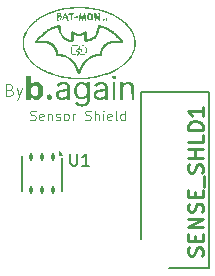
<source format=gto>
G04 #@! TF.GenerationSoftware,KiCad,Pcbnew,8.0.8*
G04 #@! TF.CreationDate,2025-04-14T11:12:42+01:00*
G04 #@! TF.ProjectId,Bat-mon_v1-Sensor Shield,4261742d-6d6f-46e5-9f76-312d53656e73,rev?*
G04 #@! TF.SameCoordinates,Original*
G04 #@! TF.FileFunction,Legend,Top*
G04 #@! TF.FilePolarity,Positive*
%FSLAX46Y46*%
G04 Gerber Fmt 4.6, Leading zero omitted, Abs format (unit mm)*
G04 Created by KiCad (PCBNEW 8.0.8) date 2025-04-14 11:12:42*
%MOMM*%
%LPD*%
G01*
G04 APERTURE LIST*
G04 Aperture macros list*
%AMRoundRect*
0 Rectangle with rounded corners*
0 $1 Rounding radius*
0 $2 $3 $4 $5 $6 $7 $8 $9 X,Y pos of 4 corners*
0 Add a 4 corners polygon primitive as box body*
4,1,4,$2,$3,$4,$5,$6,$7,$8,$9,$2,$3,0*
0 Add four circle primitives for the rounded corners*
1,1,$1+$1,$2,$3*
1,1,$1+$1,$4,$5*
1,1,$1+$1,$6,$7*
1,1,$1+$1,$8,$9*
0 Add four rect primitives between the rounded corners*
20,1,$1+$1,$2,$3,$4,$5,0*
20,1,$1+$1,$4,$5,$6,$7,0*
20,1,$1+$1,$6,$7,$8,$9,0*
20,1,$1+$1,$8,$9,$2,$3,0*%
G04 Aperture macros list end*
%ADD10C,0.125000*%
%ADD11C,0.150000*%
%ADD12C,0.254000*%
%ADD13C,0.120000*%
%ADD14C,0.000000*%
%ADD15C,0.200000*%
%ADD16C,0.700000*%
%ADD17C,4.400000*%
%ADD18RoundRect,0.100000X-0.100000X0.200000X-0.100000X-0.200000X0.100000X-0.200000X0.100000X0.200000X0*%
%ADD19R,2.400000X1.500000*%
%ADD20R,1.650000X1.650000*%
%ADD21C,1.650000*%
G04 APERTURE END LIST*
D10*
X78853664Y-49947309D02*
X78996521Y-49994928D01*
X78996521Y-49994928D02*
X79044140Y-50042547D01*
X79044140Y-50042547D02*
X79091759Y-50137785D01*
X79091759Y-50137785D02*
X79091759Y-50280642D01*
X79091759Y-50280642D02*
X79044140Y-50375880D01*
X79044140Y-50375880D02*
X78996521Y-50423500D01*
X78996521Y-50423500D02*
X78901283Y-50471119D01*
X78901283Y-50471119D02*
X78520331Y-50471119D01*
X78520331Y-50471119D02*
X78520331Y-49471119D01*
X78520331Y-49471119D02*
X78853664Y-49471119D01*
X78853664Y-49471119D02*
X78948902Y-49518738D01*
X78948902Y-49518738D02*
X78996521Y-49566357D01*
X78996521Y-49566357D02*
X79044140Y-49661595D01*
X79044140Y-49661595D02*
X79044140Y-49756833D01*
X79044140Y-49756833D02*
X78996521Y-49852071D01*
X78996521Y-49852071D02*
X78948902Y-49899690D01*
X78948902Y-49899690D02*
X78853664Y-49947309D01*
X78853664Y-49947309D02*
X78520331Y-49947309D01*
X79425093Y-49804452D02*
X79663188Y-50471119D01*
X79901283Y-49804452D02*
X79663188Y-50471119D01*
X79663188Y-50471119D02*
X79567950Y-50709214D01*
X79567950Y-50709214D02*
X79520331Y-50756833D01*
X79520331Y-50756833D02*
X79425093Y-50804452D01*
X80584616Y-52457500D02*
X80698902Y-52495595D01*
X80698902Y-52495595D02*
X80889378Y-52495595D01*
X80889378Y-52495595D02*
X80965569Y-52457500D01*
X80965569Y-52457500D02*
X81003664Y-52419404D01*
X81003664Y-52419404D02*
X81041759Y-52343214D01*
X81041759Y-52343214D02*
X81041759Y-52267023D01*
X81041759Y-52267023D02*
X81003664Y-52190833D01*
X81003664Y-52190833D02*
X80965569Y-52152738D01*
X80965569Y-52152738D02*
X80889378Y-52114642D01*
X80889378Y-52114642D02*
X80736997Y-52076547D01*
X80736997Y-52076547D02*
X80660807Y-52038452D01*
X80660807Y-52038452D02*
X80622712Y-52000357D01*
X80622712Y-52000357D02*
X80584616Y-51924166D01*
X80584616Y-51924166D02*
X80584616Y-51847976D01*
X80584616Y-51847976D02*
X80622712Y-51771785D01*
X80622712Y-51771785D02*
X80660807Y-51733690D01*
X80660807Y-51733690D02*
X80736997Y-51695595D01*
X80736997Y-51695595D02*
X80927474Y-51695595D01*
X80927474Y-51695595D02*
X81041759Y-51733690D01*
X81689379Y-52457500D02*
X81613188Y-52495595D01*
X81613188Y-52495595D02*
X81460807Y-52495595D01*
X81460807Y-52495595D02*
X81384617Y-52457500D01*
X81384617Y-52457500D02*
X81346521Y-52381309D01*
X81346521Y-52381309D02*
X81346521Y-52076547D01*
X81346521Y-52076547D02*
X81384617Y-52000357D01*
X81384617Y-52000357D02*
X81460807Y-51962261D01*
X81460807Y-51962261D02*
X81613188Y-51962261D01*
X81613188Y-51962261D02*
X81689379Y-52000357D01*
X81689379Y-52000357D02*
X81727474Y-52076547D01*
X81727474Y-52076547D02*
X81727474Y-52152738D01*
X81727474Y-52152738D02*
X81346521Y-52228928D01*
X82070331Y-51962261D02*
X82070331Y-52495595D01*
X82070331Y-52038452D02*
X82108426Y-52000357D01*
X82108426Y-52000357D02*
X82184616Y-51962261D01*
X82184616Y-51962261D02*
X82298902Y-51962261D01*
X82298902Y-51962261D02*
X82375093Y-52000357D01*
X82375093Y-52000357D02*
X82413188Y-52076547D01*
X82413188Y-52076547D02*
X82413188Y-52495595D01*
X82756045Y-52457500D02*
X82832236Y-52495595D01*
X82832236Y-52495595D02*
X82984617Y-52495595D01*
X82984617Y-52495595D02*
X83060807Y-52457500D01*
X83060807Y-52457500D02*
X83098903Y-52381309D01*
X83098903Y-52381309D02*
X83098903Y-52343214D01*
X83098903Y-52343214D02*
X83060807Y-52267023D01*
X83060807Y-52267023D02*
X82984617Y-52228928D01*
X82984617Y-52228928D02*
X82870331Y-52228928D01*
X82870331Y-52228928D02*
X82794141Y-52190833D01*
X82794141Y-52190833D02*
X82756045Y-52114642D01*
X82756045Y-52114642D02*
X82756045Y-52076547D01*
X82756045Y-52076547D02*
X82794141Y-52000357D01*
X82794141Y-52000357D02*
X82870331Y-51962261D01*
X82870331Y-51962261D02*
X82984617Y-51962261D01*
X82984617Y-51962261D02*
X83060807Y-52000357D01*
X83556045Y-52495595D02*
X83479855Y-52457500D01*
X83479855Y-52457500D02*
X83441760Y-52419404D01*
X83441760Y-52419404D02*
X83403664Y-52343214D01*
X83403664Y-52343214D02*
X83403664Y-52114642D01*
X83403664Y-52114642D02*
X83441760Y-52038452D01*
X83441760Y-52038452D02*
X83479855Y-52000357D01*
X83479855Y-52000357D02*
X83556045Y-51962261D01*
X83556045Y-51962261D02*
X83670331Y-51962261D01*
X83670331Y-51962261D02*
X83746522Y-52000357D01*
X83746522Y-52000357D02*
X83784617Y-52038452D01*
X83784617Y-52038452D02*
X83822712Y-52114642D01*
X83822712Y-52114642D02*
X83822712Y-52343214D01*
X83822712Y-52343214D02*
X83784617Y-52419404D01*
X83784617Y-52419404D02*
X83746522Y-52457500D01*
X83746522Y-52457500D02*
X83670331Y-52495595D01*
X83670331Y-52495595D02*
X83556045Y-52495595D01*
X84165570Y-52495595D02*
X84165570Y-51962261D01*
X84165570Y-52114642D02*
X84203665Y-52038452D01*
X84203665Y-52038452D02*
X84241760Y-52000357D01*
X84241760Y-52000357D02*
X84317951Y-51962261D01*
X84317951Y-51962261D02*
X84394141Y-51962261D01*
X85232236Y-52457500D02*
X85346522Y-52495595D01*
X85346522Y-52495595D02*
X85536998Y-52495595D01*
X85536998Y-52495595D02*
X85613189Y-52457500D01*
X85613189Y-52457500D02*
X85651284Y-52419404D01*
X85651284Y-52419404D02*
X85689379Y-52343214D01*
X85689379Y-52343214D02*
X85689379Y-52267023D01*
X85689379Y-52267023D02*
X85651284Y-52190833D01*
X85651284Y-52190833D02*
X85613189Y-52152738D01*
X85613189Y-52152738D02*
X85536998Y-52114642D01*
X85536998Y-52114642D02*
X85384617Y-52076547D01*
X85384617Y-52076547D02*
X85308427Y-52038452D01*
X85308427Y-52038452D02*
X85270332Y-52000357D01*
X85270332Y-52000357D02*
X85232236Y-51924166D01*
X85232236Y-51924166D02*
X85232236Y-51847976D01*
X85232236Y-51847976D02*
X85270332Y-51771785D01*
X85270332Y-51771785D02*
X85308427Y-51733690D01*
X85308427Y-51733690D02*
X85384617Y-51695595D01*
X85384617Y-51695595D02*
X85575094Y-51695595D01*
X85575094Y-51695595D02*
X85689379Y-51733690D01*
X86032237Y-52495595D02*
X86032237Y-51695595D01*
X86375094Y-52495595D02*
X86375094Y-52076547D01*
X86375094Y-52076547D02*
X86336999Y-52000357D01*
X86336999Y-52000357D02*
X86260808Y-51962261D01*
X86260808Y-51962261D02*
X86146522Y-51962261D01*
X86146522Y-51962261D02*
X86070332Y-52000357D01*
X86070332Y-52000357D02*
X86032237Y-52038452D01*
X86756047Y-52495595D02*
X86756047Y-51962261D01*
X86756047Y-51695595D02*
X86717951Y-51733690D01*
X86717951Y-51733690D02*
X86756047Y-51771785D01*
X86756047Y-51771785D02*
X86794142Y-51733690D01*
X86794142Y-51733690D02*
X86756047Y-51695595D01*
X86756047Y-51695595D02*
X86756047Y-51771785D01*
X87441761Y-52457500D02*
X87365570Y-52495595D01*
X87365570Y-52495595D02*
X87213189Y-52495595D01*
X87213189Y-52495595D02*
X87136999Y-52457500D01*
X87136999Y-52457500D02*
X87098903Y-52381309D01*
X87098903Y-52381309D02*
X87098903Y-52076547D01*
X87098903Y-52076547D02*
X87136999Y-52000357D01*
X87136999Y-52000357D02*
X87213189Y-51962261D01*
X87213189Y-51962261D02*
X87365570Y-51962261D01*
X87365570Y-51962261D02*
X87441761Y-52000357D01*
X87441761Y-52000357D02*
X87479856Y-52076547D01*
X87479856Y-52076547D02*
X87479856Y-52152738D01*
X87479856Y-52152738D02*
X87098903Y-52228928D01*
X87936998Y-52495595D02*
X87860808Y-52457500D01*
X87860808Y-52457500D02*
X87822713Y-52381309D01*
X87822713Y-52381309D02*
X87822713Y-51695595D01*
X88584618Y-52495595D02*
X88584618Y-51695595D01*
X88584618Y-52457500D02*
X88508427Y-52495595D01*
X88508427Y-52495595D02*
X88356046Y-52495595D01*
X88356046Y-52495595D02*
X88279856Y-52457500D01*
X88279856Y-52457500D02*
X88241761Y-52419404D01*
X88241761Y-52419404D02*
X88203665Y-52343214D01*
X88203665Y-52343214D02*
X88203665Y-52114642D01*
X88203665Y-52114642D02*
X88241761Y-52038452D01*
X88241761Y-52038452D02*
X88279856Y-52000357D01*
X88279856Y-52000357D02*
X88356046Y-51962261D01*
X88356046Y-51962261D02*
X88508427Y-51962261D01*
X88508427Y-51962261D02*
X88584618Y-52000357D01*
D11*
X83988095Y-55354819D02*
X83988095Y-56164342D01*
X83988095Y-56164342D02*
X84035714Y-56259580D01*
X84035714Y-56259580D02*
X84083333Y-56307200D01*
X84083333Y-56307200D02*
X84178571Y-56354819D01*
X84178571Y-56354819D02*
X84369047Y-56354819D01*
X84369047Y-56354819D02*
X84464285Y-56307200D01*
X84464285Y-56307200D02*
X84511904Y-56259580D01*
X84511904Y-56259580D02*
X84559523Y-56164342D01*
X84559523Y-56164342D02*
X84559523Y-55354819D01*
X85559523Y-56354819D02*
X84988095Y-56354819D01*
X85273809Y-56354819D02*
X85273809Y-55354819D01*
X85273809Y-55354819D02*
X85178571Y-55497676D01*
X85178571Y-55497676D02*
X85083333Y-55592914D01*
X85083333Y-55592914D02*
X84988095Y-55640533D01*
D12*
X95138842Y-63989524D02*
X95199318Y-63808095D01*
X95199318Y-63808095D02*
X95199318Y-63505714D01*
X95199318Y-63505714D02*
X95138842Y-63384762D01*
X95138842Y-63384762D02*
X95078365Y-63324286D01*
X95078365Y-63324286D02*
X94957413Y-63263809D01*
X94957413Y-63263809D02*
X94836461Y-63263809D01*
X94836461Y-63263809D02*
X94715508Y-63324286D01*
X94715508Y-63324286D02*
X94655032Y-63384762D01*
X94655032Y-63384762D02*
X94594556Y-63505714D01*
X94594556Y-63505714D02*
X94534080Y-63747619D01*
X94534080Y-63747619D02*
X94473603Y-63868571D01*
X94473603Y-63868571D02*
X94413127Y-63929048D01*
X94413127Y-63929048D02*
X94292175Y-63989524D01*
X94292175Y-63989524D02*
X94171222Y-63989524D01*
X94171222Y-63989524D02*
X94050270Y-63929048D01*
X94050270Y-63929048D02*
X93989794Y-63868571D01*
X93989794Y-63868571D02*
X93929318Y-63747619D01*
X93929318Y-63747619D02*
X93929318Y-63445238D01*
X93929318Y-63445238D02*
X93989794Y-63263809D01*
X94534080Y-62719524D02*
X94534080Y-62296190D01*
X95199318Y-62114762D02*
X95199318Y-62719524D01*
X95199318Y-62719524D02*
X93929318Y-62719524D01*
X93929318Y-62719524D02*
X93929318Y-62114762D01*
X95199318Y-61570476D02*
X93929318Y-61570476D01*
X93929318Y-61570476D02*
X95199318Y-60844761D01*
X95199318Y-60844761D02*
X93929318Y-60844761D01*
X95138842Y-60300476D02*
X95199318Y-60119047D01*
X95199318Y-60119047D02*
X95199318Y-59816666D01*
X95199318Y-59816666D02*
X95138842Y-59695714D01*
X95138842Y-59695714D02*
X95078365Y-59635238D01*
X95078365Y-59635238D02*
X94957413Y-59574761D01*
X94957413Y-59574761D02*
X94836461Y-59574761D01*
X94836461Y-59574761D02*
X94715508Y-59635238D01*
X94715508Y-59635238D02*
X94655032Y-59695714D01*
X94655032Y-59695714D02*
X94594556Y-59816666D01*
X94594556Y-59816666D02*
X94534080Y-60058571D01*
X94534080Y-60058571D02*
X94473603Y-60179523D01*
X94473603Y-60179523D02*
X94413127Y-60240000D01*
X94413127Y-60240000D02*
X94292175Y-60300476D01*
X94292175Y-60300476D02*
X94171222Y-60300476D01*
X94171222Y-60300476D02*
X94050270Y-60240000D01*
X94050270Y-60240000D02*
X93989794Y-60179523D01*
X93989794Y-60179523D02*
X93929318Y-60058571D01*
X93929318Y-60058571D02*
X93929318Y-59756190D01*
X93929318Y-59756190D02*
X93989794Y-59574761D01*
X94534080Y-59030476D02*
X94534080Y-58607142D01*
X95199318Y-58425714D02*
X95199318Y-59030476D01*
X95199318Y-59030476D02*
X93929318Y-59030476D01*
X93929318Y-59030476D02*
X93929318Y-58425714D01*
X95320270Y-58183809D02*
X95320270Y-57216189D01*
X95138842Y-56974285D02*
X95199318Y-56792856D01*
X95199318Y-56792856D02*
X95199318Y-56490475D01*
X95199318Y-56490475D02*
X95138842Y-56369523D01*
X95138842Y-56369523D02*
X95078365Y-56309047D01*
X95078365Y-56309047D02*
X94957413Y-56248570D01*
X94957413Y-56248570D02*
X94836461Y-56248570D01*
X94836461Y-56248570D02*
X94715508Y-56309047D01*
X94715508Y-56309047D02*
X94655032Y-56369523D01*
X94655032Y-56369523D02*
X94594556Y-56490475D01*
X94594556Y-56490475D02*
X94534080Y-56732380D01*
X94534080Y-56732380D02*
X94473603Y-56853332D01*
X94473603Y-56853332D02*
X94413127Y-56913809D01*
X94413127Y-56913809D02*
X94292175Y-56974285D01*
X94292175Y-56974285D02*
X94171222Y-56974285D01*
X94171222Y-56974285D02*
X94050270Y-56913809D01*
X94050270Y-56913809D02*
X93989794Y-56853332D01*
X93989794Y-56853332D02*
X93929318Y-56732380D01*
X93929318Y-56732380D02*
X93929318Y-56429999D01*
X93929318Y-56429999D02*
X93989794Y-56248570D01*
X95199318Y-55704285D02*
X93929318Y-55704285D01*
X94534080Y-55704285D02*
X94534080Y-54978570D01*
X95199318Y-54978570D02*
X93929318Y-54978570D01*
X95199318Y-53769047D02*
X95199318Y-54373809D01*
X95199318Y-54373809D02*
X93929318Y-54373809D01*
X95199318Y-53345714D02*
X93929318Y-53345714D01*
X93929318Y-53345714D02*
X93929318Y-53043333D01*
X93929318Y-53043333D02*
X93989794Y-52861904D01*
X93989794Y-52861904D02*
X94110746Y-52740952D01*
X94110746Y-52740952D02*
X94231699Y-52680475D01*
X94231699Y-52680475D02*
X94473603Y-52619999D01*
X94473603Y-52619999D02*
X94655032Y-52619999D01*
X94655032Y-52619999D02*
X94896937Y-52680475D01*
X94896937Y-52680475D02*
X95017889Y-52740952D01*
X95017889Y-52740952D02*
X95138842Y-52861904D01*
X95138842Y-52861904D02*
X95199318Y-53043333D01*
X95199318Y-53043333D02*
X95199318Y-53345714D01*
X95199318Y-51410475D02*
X95199318Y-52136190D01*
X95199318Y-51773333D02*
X93929318Y-51773333D01*
X93929318Y-51773333D02*
X94110746Y-51894285D01*
X94110746Y-51894285D02*
X94231699Y-52015237D01*
X94231699Y-52015237D02*
X94292175Y-52136190D01*
D11*
X79900000Y-58525000D02*
X79900000Y-55575000D01*
X83300000Y-58525000D02*
X83300000Y-55750000D01*
D13*
X83290000Y-55430000D02*
X83010000Y-55430000D01*
X83010000Y-55150000D01*
X83290000Y-55430000D01*
G36*
X83290000Y-55430000D02*
G01*
X83010000Y-55430000D01*
X83010000Y-55150000D01*
X83290000Y-55430000D01*
G37*
D14*
G36*
X84616089Y-43726650D02*
G01*
X84621993Y-43736518D01*
X84634397Y-43768268D01*
X84630174Y-43791632D01*
X84605898Y-43808514D01*
X84558143Y-43820816D01*
X84483484Y-43830440D01*
X84446791Y-43833840D01*
X84394796Y-43836310D01*
X84350980Y-43835019D01*
X84341118Y-43833742D01*
X84305338Y-43819629D01*
X84289490Y-43806788D01*
X84282477Y-43782055D01*
X84306586Y-43762403D01*
X84361690Y-43747899D01*
X84416760Y-43741015D01*
X84477751Y-43733936D01*
X84532094Y-43725052D01*
X84561428Y-43718132D01*
X84595804Y-43712392D01*
X84616089Y-43726650D01*
G37*
G36*
X87060652Y-43830635D02*
G01*
X87070748Y-43854640D01*
X87072011Y-43905322D01*
X87069489Y-43947198D01*
X87066135Y-44013425D01*
X87068710Y-44054959D01*
X87077854Y-44078314D01*
X87082856Y-44083508D01*
X87098371Y-44106391D01*
X87084796Y-44122531D01*
X87044348Y-44129842D01*
X87033334Y-44130062D01*
X86992738Y-44124730D01*
X86978925Y-44107811D01*
X86978878Y-44106324D01*
X86989504Y-44085296D01*
X86998660Y-44082579D01*
X87012007Y-44067101D01*
X87020323Y-44020582D01*
X87022597Y-43985856D01*
X87023712Y-43932472D01*
X87020309Y-43904662D01*
X87011053Y-43896510D01*
X87002815Y-43898326D01*
X86982684Y-43898623D01*
X86981117Y-43882651D01*
X86997407Y-43859248D01*
X87006573Y-43851407D01*
X87039875Y-43830494D01*
X87060652Y-43830635D01*
G37*
G36*
X86943339Y-43849380D02*
G01*
X86933664Y-43866214D01*
X86922620Y-43886886D01*
X86904613Y-43927497D01*
X86883346Y-43978819D01*
X86862522Y-44031623D01*
X86845844Y-44076679D01*
X86837013Y-44104759D01*
X86836448Y-44108519D01*
X86823966Y-44117613D01*
X86799230Y-44120259D01*
X86781307Y-44114568D01*
X86780923Y-44114017D01*
X86771270Y-44089499D01*
X86758383Y-44045505D01*
X86744282Y-43990634D01*
X86730986Y-43933484D01*
X86720516Y-43882656D01*
X86714890Y-43846746D01*
X86715272Y-43834499D01*
X86733652Y-43832534D01*
X86751046Y-43850831D01*
X86757321Y-43874968D01*
X86762259Y-43905836D01*
X86774804Y-43952687D01*
X86783092Y-43978501D01*
X86799080Y-44019391D01*
X86812731Y-44035593D01*
X86826460Y-44025536D01*
X86842678Y-43987647D01*
X86861756Y-43927242D01*
X86879525Y-43879082D01*
X86898615Y-43844694D01*
X86909772Y-43834290D01*
X86937455Y-43832267D01*
X86943339Y-43849380D01*
G37*
G36*
X84323891Y-43432849D02*
G01*
X84357406Y-43437396D01*
X84363806Y-43440431D01*
X84354220Y-43450289D01*
X84321916Y-43469995D01*
X84272875Y-43496046D01*
X84247022Y-43508865D01*
X84122367Y-43569428D01*
X84110276Y-43766661D01*
X84101727Y-43884951D01*
X84092083Y-43973570D01*
X84080743Y-44034498D01*
X84067105Y-44069710D01*
X84050568Y-44081186D01*
X84030533Y-44070901D01*
X84020947Y-44060589D01*
X84013027Y-44040782D01*
X84008879Y-44002483D01*
X84008375Y-43941769D01*
X84011382Y-43854720D01*
X84013007Y-43821788D01*
X84024197Y-43606038D01*
X83986242Y-43613799D01*
X83920766Y-43626637D01*
X83878682Y-43631632D01*
X83852393Y-43627398D01*
X83834305Y-43612550D01*
X83816825Y-43585702D01*
X83814959Y-43582543D01*
X83794192Y-43544100D01*
X83782839Y-43516773D01*
X83782118Y-43512571D01*
X83791334Y-43501981D01*
X83821035Y-43490257D01*
X83874304Y-43476546D01*
X83954221Y-43459994D01*
X84008948Y-43449682D01*
X84065624Y-43441717D01*
X84133244Y-43435848D01*
X84204022Y-43432278D01*
X84270167Y-43431211D01*
X84323891Y-43432849D01*
G37*
G36*
X85619059Y-43416152D02*
G01*
X85646643Y-43434582D01*
X85647364Y-43435164D01*
X85680762Y-43456945D01*
X85705771Y-43465389D01*
X85731799Y-43472800D01*
X85771766Y-43491375D01*
X85787101Y-43499759D01*
X85860955Y-43547379D01*
X85908051Y-43593890D01*
X85932235Y-43646250D01*
X85937357Y-43711414D01*
X85932469Y-43762599D01*
X85919507Y-43824164D01*
X85898151Y-43892485D01*
X85872072Y-43958386D01*
X85844946Y-44012690D01*
X85820445Y-44046224D01*
X85818117Y-44048212D01*
X85780684Y-44063645D01*
X85722881Y-44071793D01*
X85655360Y-44071623D01*
X85617881Y-44067602D01*
X85541835Y-44040686D01*
X85474096Y-43985800D01*
X85418278Y-43906275D01*
X85399124Y-43866007D01*
X85378847Y-43801617D01*
X85516084Y-43801617D01*
X85539092Y-43884567D01*
X85559636Y-43921374D01*
X85596068Y-43967490D01*
X85627609Y-43982818D01*
X85656784Y-43967344D01*
X85686114Y-43921052D01*
X85686345Y-43920580D01*
X85706960Y-43861732D01*
X85720453Y-43789942D01*
X85726241Y-43715111D01*
X85723742Y-43647139D01*
X85712372Y-43595928D01*
X85706158Y-43583746D01*
X85673534Y-43551624D01*
X85637858Y-43550595D01*
X85598789Y-43580768D01*
X85564223Y-43628477D01*
X85524456Y-43716552D01*
X85516084Y-43801617D01*
X85378847Y-43801617D01*
X85371143Y-43777153D01*
X85368619Y-43698218D01*
X85391703Y-43620109D01*
X85403673Y-43595424D01*
X85444210Y-43524338D01*
X85481207Y-43476382D01*
X85520935Y-43444596D01*
X85554614Y-43427872D01*
X85593420Y-43414311D01*
X85619059Y-43416152D01*
G37*
G36*
X83592658Y-43436513D02*
G01*
X83607404Y-43447795D01*
X83624993Y-43472022D01*
X83648353Y-43513631D01*
X83680415Y-43577060D01*
X83703204Y-43623645D01*
X83743545Y-43715432D01*
X83777283Y-43809337D01*
X83803130Y-43899737D01*
X83819801Y-43981009D01*
X83826008Y-44047529D01*
X83820465Y-44093673D01*
X83813670Y-44106444D01*
X83782797Y-44127832D01*
X83754148Y-44122948D01*
X83739875Y-44102368D01*
X83728980Y-44074314D01*
X83709648Y-44027396D01*
X83686079Y-43971807D01*
X83641881Y-43868941D01*
X83541910Y-43857601D01*
X83481125Y-43852463D01*
X83442119Y-43857622D01*
X83416205Y-43878561D01*
X83394697Y-43920763D01*
X83379791Y-43959938D01*
X83357025Y-44007711D01*
X83334643Y-44031729D01*
X83316458Y-44030367D01*
X83306280Y-44002002D01*
X83305477Y-43991589D01*
X83304890Y-43954632D01*
X83308223Y-43922355D01*
X83317654Y-43885796D01*
X83335360Y-43835996D01*
X83356432Y-43781900D01*
X83363273Y-43766075D01*
X83463092Y-43766075D01*
X83535565Y-43766075D01*
X83578485Y-43764425D01*
X83604478Y-43760242D01*
X83608037Y-43757636D01*
X83601433Y-43740046D01*
X83584347Y-43703265D01*
X83566610Y-43667444D01*
X83543092Y-43622201D01*
X83528732Y-43601675D01*
X83518457Y-43602315D01*
X83507190Y-43620569D01*
X83505182Y-43624450D01*
X83487134Y-43668913D01*
X83474137Y-43714642D01*
X83463092Y-43766075D01*
X83363273Y-43766075D01*
X83395606Y-43691283D01*
X83438098Y-43607437D01*
X83480909Y-43535081D01*
X83521038Y-43478931D01*
X83555485Y-43443706D01*
X83577825Y-43433738D01*
X83592658Y-43436513D01*
G37*
G36*
X84473175Y-46172119D02*
G01*
X84536530Y-46174084D01*
X84576777Y-46177876D01*
X84598179Y-46183917D01*
X84605002Y-46192628D01*
X84605047Y-46193603D01*
X84600835Y-46209544D01*
X84585302Y-46220876D01*
X84554099Y-46228332D01*
X84502875Y-46232648D01*
X84427282Y-46234559D01*
X84360909Y-46234860D01*
X84277362Y-46235435D01*
X84219588Y-46237673D01*
X84181722Y-46242345D01*
X84157899Y-46250222D01*
X84142252Y-46262075D01*
X84140646Y-46263801D01*
X84131138Y-46278357D01*
X84124194Y-46300962D01*
X84119434Y-46336204D01*
X84116478Y-46388674D01*
X84114947Y-46462959D01*
X84114461Y-46563650D01*
X84114455Y-46580311D01*
X84114700Y-46694208D01*
X84116838Y-46780334D01*
X84122966Y-46842570D01*
X84135186Y-46884795D01*
X84155597Y-46910889D01*
X84186300Y-46924732D01*
X84229394Y-46930204D01*
X84286979Y-46931185D01*
X84304361Y-46931184D01*
X84369321Y-46932302D01*
X84408305Y-46936359D01*
X84426935Y-46944408D01*
X84430966Y-46954922D01*
X84425193Y-46966907D01*
X84404148Y-46974098D01*
X84362244Y-46977487D01*
X84300405Y-46978100D01*
X84223241Y-46974865D01*
X84163186Y-46966545D01*
X84131089Y-46956076D01*
X84097787Y-46929652D01*
X84080768Y-46905204D01*
X84075645Y-46875687D01*
X84071874Y-46820988D01*
X84069419Y-46747544D01*
X84068244Y-46661793D01*
X84068312Y-46570174D01*
X84069587Y-46479123D01*
X84072032Y-46395080D01*
X84075610Y-46324481D01*
X84080286Y-46273765D01*
X84084468Y-46252713D01*
X84105025Y-46213151D01*
X84130337Y-46187360D01*
X84130904Y-46187049D01*
X84156738Y-46181417D01*
X84207549Y-46176701D01*
X84276667Y-46173309D01*
X84357423Y-46171654D01*
X84382448Y-46171558D01*
X84473175Y-46172119D01*
G37*
G36*
X85136476Y-46176373D02*
G01*
X85189930Y-46193038D01*
X85224015Y-46224886D01*
X85244286Y-46275247D01*
X85246451Y-46284475D01*
X85260334Y-46316837D01*
X85278890Y-46329813D01*
X85305970Y-46340247D01*
X85333022Y-46361464D01*
X85347000Y-46378875D01*
X85356182Y-46402011D01*
X85361539Y-46437329D01*
X85364045Y-46491286D01*
X85364673Y-46570339D01*
X85364673Y-46571588D01*
X85362312Y-46669935D01*
X85354472Y-46740460D01*
X85340020Y-46786691D01*
X85317819Y-46812155D01*
X85286735Y-46820382D01*
X85284648Y-46820405D01*
X85259001Y-46831869D01*
X85253894Y-46853273D01*
X85243170Y-46884981D01*
X85216527Y-46922895D01*
X85207635Y-46932401D01*
X85185768Y-46952978D01*
X85164778Y-46966321D01*
X85137434Y-46973996D01*
X85096505Y-46977569D01*
X85034759Y-46978604D01*
X84993990Y-46978660D01*
X84917792Y-46977941D01*
X84868127Y-46975300D01*
X84839901Y-46970015D01*
X84828019Y-46961365D01*
X84826604Y-46954922D01*
X84831964Y-46943640D01*
X84851572Y-46936486D01*
X84890720Y-46932630D01*
X84954701Y-46931243D01*
X84977987Y-46931184D01*
X85065560Y-46929337D01*
X85126120Y-46922694D01*
X85164146Y-46909603D01*
X85184120Y-46888412D01*
X85190522Y-46857469D01*
X85190592Y-46852794D01*
X85195759Y-46797753D01*
X85213671Y-46767695D01*
X85247942Y-46757298D01*
X85255587Y-46757103D01*
X85301370Y-46757103D01*
X85301370Y-46575109D01*
X85301370Y-46393115D01*
X85255587Y-46393115D01*
X85216227Y-46384089D01*
X85195699Y-46354130D01*
X85190592Y-46307945D01*
X85183293Y-46271135D01*
X85158254Y-46248404D01*
X85110757Y-46237212D01*
X85054847Y-46234860D01*
X84988789Y-46231064D01*
X84948067Y-46220172D01*
X84939458Y-46213622D01*
X84928876Y-46194194D01*
X84938049Y-46181566D01*
X84970487Y-46174495D01*
X85029701Y-46171735D01*
X85058096Y-46171558D01*
X85136476Y-46176373D01*
G37*
G36*
X86094452Y-43443732D02*
G01*
X86138342Y-43475993D01*
X86185319Y-43533938D01*
X86205101Y-43563830D01*
X86236293Y-43611384D01*
X86263184Y-43649659D01*
X86277230Y-43667259D01*
X86297868Y-43698745D01*
X86306840Y-43720324D01*
X86322400Y-43754084D01*
X86348370Y-43797818D01*
X86357359Y-43811227D01*
X86397344Y-43868941D01*
X86386909Y-43726511D01*
X86380460Y-43653704D01*
X86372465Y-43585069D01*
X86364360Y-43532465D01*
X86362030Y-43521178D01*
X86357796Y-43467940D01*
X86372852Y-43438601D01*
X86404239Y-43434547D01*
X86449000Y-43457164D01*
X86467461Y-43471794D01*
X86486634Y-43489662D01*
X86499481Y-43508405D01*
X86507499Y-43534652D01*
X86512187Y-43575033D01*
X86515039Y-43636176D01*
X86516597Y-43689395D01*
X86517469Y-43777225D01*
X86515852Y-43868080D01*
X86512088Y-43948726D01*
X86508845Y-43987632D01*
X86501333Y-44048848D01*
X86493254Y-44085249D01*
X86482037Y-44103607D01*
X86465111Y-44110697D01*
X86461951Y-44111203D01*
X86430283Y-44104378D01*
X86416698Y-44081408D01*
X86400475Y-44053390D01*
X86368059Y-44012071D01*
X86326183Y-43965970D01*
X86322272Y-43961969D01*
X86277097Y-43912539D01*
X86238248Y-43863805D01*
X86213999Y-43826164D01*
X86213720Y-43825596D01*
X86185672Y-43774409D01*
X86155122Y-43726511D01*
X86121654Y-43679034D01*
X86130199Y-43789813D01*
X86132445Y-43861727D01*
X86129033Y-43933233D01*
X86121067Y-43999725D01*
X86109651Y-44056595D01*
X86095890Y-44099237D01*
X86080888Y-44123043D01*
X86065749Y-44123408D01*
X86054688Y-44104797D01*
X86048181Y-44074410D01*
X86041051Y-44019120D01*
X86033812Y-43945655D01*
X86026983Y-43860742D01*
X86021081Y-43771108D01*
X86016621Y-43683483D01*
X86014122Y-43604592D01*
X86013771Y-43572212D01*
X86014073Y-43505876D01*
X86016337Y-43465026D01*
X86022155Y-43443495D01*
X86033120Y-43435122D01*
X86049563Y-43433738D01*
X86094452Y-43443732D01*
G37*
G36*
X85217860Y-43419492D02*
G01*
X85246435Y-43484444D01*
X85269887Y-43572745D01*
X85287314Y-43676375D01*
X85297814Y-43787313D01*
X85300484Y-43897541D01*
X85294422Y-43999038D01*
X85288015Y-44043022D01*
X85276484Y-44106324D01*
X85249543Y-44065855D01*
X85234216Y-44031410D01*
X85217588Y-43976123D01*
X85202705Y-43910501D01*
X85199568Y-43893450D01*
X85187264Y-43831163D01*
X85174633Y-43780635D01*
X85163865Y-43750250D01*
X85161093Y-43746071D01*
X85147145Y-43748453D01*
X85131966Y-43781120D01*
X85115950Y-43842746D01*
X85099489Y-43932007D01*
X85092663Y-43976565D01*
X85083112Y-44038134D01*
X85074693Y-44074502D01*
X85064397Y-44091847D01*
X85049214Y-44096346D01*
X85034857Y-44095257D01*
X85011722Y-44087688D01*
X84991547Y-44067120D01*
X84969741Y-44027378D01*
X84948904Y-43979720D01*
X84921278Y-43911676D01*
X84894264Y-43842294D01*
X84874871Y-43789813D01*
X84858587Y-43745004D01*
X84849173Y-43727148D01*
X84843138Y-43733293D01*
X84837458Y-43758162D01*
X84830634Y-43796692D01*
X84821338Y-43855007D01*
X84811404Y-43921533D01*
X84809867Y-43932243D01*
X84797873Y-44009853D01*
X84787066Y-44059114D01*
X84775490Y-44083171D01*
X84761187Y-44085168D01*
X84742201Y-44068252D01*
X84732554Y-44056509D01*
X84716393Y-44033733D01*
X84706688Y-44010329D01*
X84702508Y-43978736D01*
X84702921Y-43931394D01*
X84706997Y-43860741D01*
X84707502Y-43853115D01*
X84715448Y-43763265D01*
X84726833Y-43673375D01*
X84740548Y-43589170D01*
X84755485Y-43516378D01*
X84770532Y-43460725D01*
X84784582Y-43427938D01*
X84791057Y-43421849D01*
X84819446Y-43427218D01*
X84849657Y-43454329D01*
X84875044Y-43494428D01*
X84888960Y-43538761D01*
X84889906Y-43552058D01*
X84896522Y-43595306D01*
X84913841Y-43653822D01*
X84937383Y-43713222D01*
X84960801Y-43767692D01*
X84977761Y-43812524D01*
X84984825Y-43838572D01*
X84984860Y-43839479D01*
X84994151Y-43859094D01*
X85000685Y-43861028D01*
X85014366Y-43848064D01*
X85016511Y-43835039D01*
X85020683Y-43807185D01*
X85031600Y-43759527D01*
X85046319Y-43704479D01*
X85065225Y-43637230D01*
X85083733Y-43569905D01*
X85095146Y-43527258D01*
X85114852Y-43472057D01*
X85141041Y-43422189D01*
X85149619Y-43410146D01*
X85185072Y-43365682D01*
X85217860Y-43419492D01*
G37*
G36*
X82867621Y-43383024D02*
G01*
X82874639Y-43388328D01*
X82904899Y-43399450D01*
X82954945Y-43404262D01*
X82981152Y-43403907D01*
X83057689Y-43407676D01*
X83124721Y-43424480D01*
X83175223Y-43451587D01*
X83202173Y-43486268D01*
X83203360Y-43490275D01*
X83206361Y-43541764D01*
X83195713Y-43597024D01*
X83177445Y-43634528D01*
X83176891Y-43653711D01*
X83205668Y-43675500D01*
X83210157Y-43677875D01*
X83249370Y-43704555D01*
X83266450Y-43736131D01*
X83261633Y-43778030D01*
X83235152Y-43835676D01*
X83218233Y-43864881D01*
X83171550Y-43939246D01*
X83132774Y-43991461D01*
X83095911Y-44027810D01*
X83054970Y-44054579D01*
X83022492Y-44070189D01*
X82957921Y-44098142D01*
X82915810Y-44114499D01*
X82889752Y-44120651D01*
X82873345Y-44117987D01*
X82860182Y-44107899D01*
X82858134Y-44105873D01*
X82840806Y-44070867D01*
X82828199Y-44006306D01*
X82820455Y-43913956D01*
X82818876Y-43845747D01*
X82952860Y-43845747D01*
X82954225Y-43869474D01*
X82955929Y-43912773D01*
X82956816Y-43940156D01*
X82959401Y-43987037D01*
X82966729Y-44010416D01*
X82983681Y-44018440D01*
X83004214Y-44019283D01*
X83046206Y-44009884D01*
X83073579Y-43991589D01*
X83092854Y-43963093D01*
X83117731Y-43918016D01*
X83143487Y-43866108D01*
X83165402Y-43817123D01*
X83178755Y-43780812D01*
X83180747Y-43770220D01*
X83167326Y-43754370D01*
X83141918Y-43743935D01*
X83104348Y-43744742D01*
X83055065Y-43765676D01*
X83027183Y-43782327D01*
X82986136Y-43810998D01*
X82959230Y-43834880D01*
X82952860Y-43845747D01*
X82818876Y-43845747D01*
X82817715Y-43795579D01*
X82820120Y-43652941D01*
X82820637Y-43637759D01*
X82823516Y-43566944D01*
X82938331Y-43566944D01*
X82941294Y-43610783D01*
X82947137Y-43648847D01*
X82954973Y-43669840D01*
X82957488Y-43671121D01*
X82973548Y-43660679D01*
X83004114Y-43633576D01*
X83035023Y-43603264D01*
X83070885Y-43562104D01*
X83095062Y-43525512D01*
X83101620Y-43506252D01*
X83097472Y-43488778D01*
X83079731Y-43482141D01*
X83040446Y-43484046D01*
X83029028Y-43485281D01*
X82983053Y-43492948D01*
X82951126Y-43502825D01*
X82944600Y-43507121D01*
X82939137Y-43528624D01*
X82938331Y-43566944D01*
X82823516Y-43566944D01*
X82824754Y-43536500D01*
X82829352Y-43463407D01*
X82835183Y-43414996D01*
X82843002Y-43387785D01*
X82853563Y-43378289D01*
X82867621Y-43383024D01*
G37*
G36*
X84835854Y-46129365D02*
G01*
X84842430Y-46153982D01*
X84838581Y-46181815D01*
X84828257Y-46231718D01*
X84813285Y-46295218D01*
X84804079Y-46331538D01*
X84788344Y-46396195D01*
X84777415Y-46449229D01*
X84772696Y-46483323D01*
X84773362Y-46491543D01*
X84791862Y-46497696D01*
X84833203Y-46502120D01*
X84888585Y-46503891D01*
X84890840Y-46503894D01*
X84953249Y-46505766D01*
X84988420Y-46511915D01*
X85000572Y-46523143D01*
X85000685Y-46524729D01*
X84991489Y-46544490D01*
X84966336Y-46583734D01*
X84928878Y-46637101D01*
X84882767Y-46699229D01*
X84874021Y-46710679D01*
X84820989Y-46779965D01*
X84769842Y-46847061D01*
X84726357Y-46904372D01*
X84696309Y-46944306D01*
X84695984Y-46944742D01*
X84636981Y-47019990D01*
X84592521Y-47067669D01*
X84562175Y-47088095D01*
X84545516Y-47081585D01*
X84541744Y-47058796D01*
X84547245Y-47030239D01*
X84561855Y-46981568D01*
X84582738Y-46921981D01*
X84589221Y-46904858D01*
X84611422Y-46843001D01*
X84628071Y-46788609D01*
X84636294Y-46751324D01*
X84636698Y-46745595D01*
X84634571Y-46726775D01*
X84623613Y-46716002D01*
X84596958Y-46711043D01*
X84547739Y-46709672D01*
X84525919Y-46709626D01*
X84461182Y-46707639D01*
X84425790Y-46698846D01*
X84417539Y-46679000D01*
X84433052Y-46646324D01*
X84509632Y-46646324D01*
X84592947Y-46646566D01*
X84644901Y-46649352D01*
X84685725Y-46656199D01*
X84699260Y-46661357D01*
X84708649Y-46668287D01*
X84713308Y-46678123D01*
X84712199Y-46696087D01*
X84704282Y-46727399D01*
X84688519Y-46777277D01*
X84663871Y-46850944D01*
X84658158Y-46867882D01*
X84661885Y-46871981D01*
X84680748Y-46855989D01*
X84710338Y-46824707D01*
X84746243Y-46782937D01*
X84784054Y-46735480D01*
X84802866Y-46710338D01*
X84839647Y-46660733D01*
X84875970Y-46612947D01*
X84887357Y-46598332D01*
X84924371Y-46551371D01*
X84821417Y-46551371D01*
X84756173Y-46548317D01*
X84719441Y-46539360D01*
X84712005Y-46531996D01*
X84712426Y-46506387D01*
X84720760Y-46463040D01*
X84727684Y-46437105D01*
X84739711Y-46387211D01*
X84745047Y-46346514D01*
X84744503Y-46333974D01*
X84736878Y-46325717D01*
X84719811Y-46338142D01*
X84691649Y-46373196D01*
X84650734Y-46432824D01*
X84620046Y-46480156D01*
X84590985Y-46524824D01*
X84557164Y-46575806D01*
X84549655Y-46586978D01*
X84509632Y-46646324D01*
X84433052Y-46646324D01*
X84434225Y-46643854D01*
X84467585Y-46597167D01*
X84504744Y-46546446D01*
X84555774Y-46474687D01*
X84616973Y-46387178D01*
X84684643Y-46289208D01*
X84751500Y-46191339D01*
X84786604Y-46147929D01*
X84815994Y-46126748D01*
X84835854Y-46129365D01*
G37*
G36*
X84853531Y-42918714D02*
G01*
X85042424Y-42925874D01*
X85059676Y-42926785D01*
X85165523Y-42932952D01*
X85267015Y-42939693D01*
X85357542Y-42946509D01*
X85430499Y-42952896D01*
X85479277Y-42958354D01*
X85483364Y-42958949D01*
X85540402Y-42966807D01*
X85617042Y-42976280D01*
X85701385Y-42985934D01*
X85752399Y-42991389D01*
X85804775Y-42998396D01*
X85877940Y-43010388D01*
X85966890Y-43026338D01*
X86066617Y-43045220D01*
X86172116Y-43066005D01*
X86278381Y-43087668D01*
X86380407Y-43109182D01*
X86473186Y-43129520D01*
X86551715Y-43147655D01*
X86610986Y-43162559D01*
X86645993Y-43173208D01*
X86651831Y-43175886D01*
X86673376Y-43184150D01*
X86716270Y-43197420D01*
X86770975Y-43212755D01*
X86883063Y-43245996D01*
X87014479Y-43290148D01*
X87156319Y-43341822D01*
X87299674Y-43397624D01*
X87435639Y-43454165D01*
X87555309Y-43508052D01*
X87588162Y-43523913D01*
X87724494Y-43592259D01*
X87840411Y-43653331D01*
X87944681Y-43712103D01*
X88046074Y-43773550D01*
X88153358Y-43842647D01*
X88173707Y-43856105D01*
X88250769Y-43907332D01*
X88306795Y-43944979D01*
X88347164Y-43972906D01*
X88377255Y-43994973D01*
X88402446Y-44015037D01*
X88428116Y-44036959D01*
X88438830Y-44046329D01*
X88475668Y-44076438D01*
X88503499Y-44095247D01*
X88511734Y-44098411D01*
X88526816Y-44109041D01*
X88560351Y-44138544D01*
X88608485Y-44183342D01*
X88667363Y-44239855D01*
X88724940Y-44296373D01*
X88818602Y-44390725D01*
X88895038Y-44471734D01*
X88960777Y-44546967D01*
X89022353Y-44623994D01*
X89086295Y-44710381D01*
X89105934Y-44737871D01*
X89132033Y-44776655D01*
X89165352Y-44828991D01*
X89202017Y-44888426D01*
X89238160Y-44948505D01*
X89269909Y-45002776D01*
X89293394Y-45044784D01*
X89304745Y-45068075D01*
X89305233Y-45070177D01*
X89311271Y-45088068D01*
X89326891Y-45125590D01*
X89343126Y-45162210D01*
X89376035Y-45239532D01*
X89405453Y-45320230D01*
X89434089Y-45412603D01*
X89464650Y-45524950D01*
X89476216Y-45570187D01*
X89493085Y-45640861D01*
X89504735Y-45702222D01*
X89512059Y-45763212D01*
X89515948Y-45832777D01*
X89517296Y-45919862D01*
X89517266Y-45981651D01*
X89516680Y-46066940D01*
X89514927Y-46135874D01*
X89510947Y-46195338D01*
X89503680Y-46252219D01*
X89492067Y-46313401D01*
X89475048Y-46385771D01*
X89451562Y-46476212D01*
X89427139Y-46567196D01*
X89363250Y-46755437D01*
X89272675Y-46949618D01*
X89158450Y-47144807D01*
X89023614Y-47336070D01*
X88871204Y-47518475D01*
X88786285Y-47607913D01*
X88538395Y-47835662D01*
X88265205Y-48045447D01*
X87967787Y-48236811D01*
X87647211Y-48409294D01*
X87304546Y-48562440D01*
X86940863Y-48695790D01*
X86557232Y-48808887D01*
X86154724Y-48901271D01*
X85734409Y-48972486D01*
X85538754Y-48997619D01*
X85455214Y-49005182D01*
X85345767Y-49011865D01*
X85216146Y-49017574D01*
X85072084Y-49022217D01*
X84919315Y-49025699D01*
X84763574Y-49027927D01*
X84610592Y-49028807D01*
X84466105Y-49028247D01*
X84335845Y-49026153D01*
X84225546Y-49022431D01*
X84177757Y-49019806D01*
X83925200Y-48997311D01*
X83660873Y-48962604D01*
X83391714Y-48917138D01*
X83124660Y-48862364D01*
X82866648Y-48799737D01*
X82624615Y-48730708D01*
X82405500Y-48656731D01*
X82357819Y-48638683D01*
X82300964Y-48617200D01*
X82255680Y-48601103D01*
X82229855Y-48593166D01*
X82227280Y-48592781D01*
X82198452Y-48585633D01*
X82146475Y-48565476D01*
X82075917Y-48534580D01*
X81991348Y-48495215D01*
X81897338Y-48449649D01*
X81798457Y-48400153D01*
X81699273Y-48348996D01*
X81604357Y-48298447D01*
X81518278Y-48250777D01*
X81445605Y-48208255D01*
X81416199Y-48189937D01*
X81369497Y-48159461D01*
X81307149Y-48118029D01*
X81237414Y-48071214D01*
X81168551Y-48024586D01*
X81108819Y-47983714D01*
X81066478Y-47954171D01*
X81063692Y-47952179D01*
X80940634Y-47855914D01*
X80811299Y-47740541D01*
X80681176Y-47612008D01*
X80555753Y-47476266D01*
X80440520Y-47339262D01*
X80340964Y-47206947D01*
X80262576Y-47085269D01*
X80260426Y-47081526D01*
X80145575Y-46860342D01*
X80058664Y-46645485D01*
X79998203Y-46431633D01*
X79962704Y-46213462D01*
X79950678Y-45985651D01*
X79950673Y-45981651D01*
X80063204Y-45981651D01*
X80078745Y-46224770D01*
X80125450Y-46465068D01*
X80203446Y-46702959D01*
X80312859Y-46938857D01*
X80400149Y-47090137D01*
X80512424Y-47250836D01*
X80650851Y-47415647D01*
X80811053Y-47580326D01*
X80988655Y-47740628D01*
X81179280Y-47892307D01*
X81352897Y-48014337D01*
X81558923Y-48140859D01*
X81794880Y-48268222D01*
X82059095Y-48395533D01*
X82104610Y-48416166D01*
X82245517Y-48474784D01*
X82410068Y-48535363D01*
X82590542Y-48595619D01*
X82779218Y-48653269D01*
X82968374Y-48706029D01*
X83150290Y-48751616D01*
X83317245Y-48787747D01*
X83426043Y-48806964D01*
X83499252Y-48818301D01*
X83591609Y-48832608D01*
X83690986Y-48848005D01*
X83780291Y-48861845D01*
X83882396Y-48876331D01*
X83996047Y-48890320D01*
X84106140Y-48902052D01*
X84183842Y-48908806D01*
X84262193Y-48912911D01*
X84364414Y-48915752D01*
X84484989Y-48917390D01*
X84618400Y-48917888D01*
X84759131Y-48917309D01*
X84901667Y-48915715D01*
X85040491Y-48913171D01*
X85170086Y-48909739D01*
X85284936Y-48905481D01*
X85379525Y-48900460D01*
X85448337Y-48894740D01*
X85451713Y-48894354D01*
X85798818Y-48846729D01*
X86134756Y-48786666D01*
X86454849Y-48715228D01*
X86754419Y-48633476D01*
X87028786Y-48542471D01*
X87069356Y-48527378D01*
X87135852Y-48502592D01*
X87191143Y-48482636D01*
X87228713Y-48469821D01*
X87241704Y-48466262D01*
X87260960Y-48459557D01*
X87303423Y-48441071D01*
X87364021Y-48413249D01*
X87437687Y-48378533D01*
X87519350Y-48339367D01*
X87603943Y-48298195D01*
X87686394Y-48257460D01*
X87761636Y-48219605D01*
X87824598Y-48187074D01*
X87857256Y-48169547D01*
X87900895Y-48143705D01*
X87963940Y-48103989D01*
X88039891Y-48054714D01*
X88122249Y-48000192D01*
X88204517Y-47944739D01*
X88280195Y-47892669D01*
X88342786Y-47848295D01*
X88358528Y-47836768D01*
X88452614Y-47761511D01*
X88557810Y-47667755D01*
X88666531Y-47562543D01*
X88767165Y-47457315D01*
X88827504Y-47391710D01*
X88871517Y-47343638D01*
X88903993Y-47307055D01*
X88929723Y-47275916D01*
X88953496Y-47244179D01*
X88980103Y-47205798D01*
X89014333Y-47154729D01*
X89053756Y-47095705D01*
X89169264Y-46899997D01*
X89263588Y-46691504D01*
X89335270Y-46475541D01*
X89382852Y-46257420D01*
X89404873Y-46042455D01*
X89399876Y-45835960D01*
X89399805Y-45835220D01*
X89387027Y-45738359D01*
X89366901Y-45629814D01*
X89341530Y-45518022D01*
X89313014Y-45411420D01*
X89283455Y-45318445D01*
X89254955Y-45247534D01*
X89251849Y-45241194D01*
X89228103Y-45191509D01*
X89209605Y-45148502D01*
X89203945Y-45132901D01*
X89184110Y-45086312D01*
X89148790Y-45020697D01*
X89101743Y-44942155D01*
X89046729Y-44856789D01*
X88987508Y-44770698D01*
X88944386Y-44711704D01*
X88896427Y-44651410D01*
X88837244Y-44582285D01*
X88770867Y-44508487D01*
X88701327Y-44434170D01*
X88632654Y-44363492D01*
X88568878Y-44300607D01*
X88514031Y-44249673D01*
X88472143Y-44214845D01*
X88448826Y-44200697D01*
X88424260Y-44187407D01*
X88419003Y-44178597D01*
X88406627Y-44165196D01*
X88372735Y-44137741D01*
X88322180Y-44099684D01*
X88259816Y-44054475D01*
X88190497Y-44005565D01*
X88119076Y-43956406D01*
X88050406Y-43910448D01*
X87989342Y-43871143D01*
X87968616Y-43858350D01*
X87910428Y-43825045D01*
X87830490Y-43782108D01*
X87735638Y-43732944D01*
X87632707Y-43680953D01*
X87528532Y-43629539D01*
X87429949Y-43582105D01*
X87343792Y-43542053D01*
X87276898Y-43512786D01*
X87263738Y-43507456D01*
X87183267Y-43476327D01*
X87094973Y-43443282D01*
X87005293Y-43410609D01*
X86920662Y-43380597D01*
X86847517Y-43355534D01*
X86792294Y-43337710D01*
X86765233Y-43330176D01*
X86727558Y-43320638D01*
X86670577Y-43304977D01*
X86605281Y-43286231D01*
X86591152Y-43282072D01*
X86463294Y-43247690D01*
X86311220Y-43212517D01*
X86142292Y-43177964D01*
X85963868Y-43145442D01*
X85783309Y-43116362D01*
X85607975Y-43092134D01*
X85586230Y-43089448D01*
X85483053Y-43077303D01*
X85391892Y-43067735D01*
X85306572Y-43060437D01*
X85220921Y-43055101D01*
X85128765Y-43051419D01*
X85023930Y-43049081D01*
X84900243Y-43047782D01*
X84751530Y-43047211D01*
X84739564Y-43047189D01*
X84530497Y-43048098D01*
X84343661Y-43052040D01*
X84172272Y-43059719D01*
X84009548Y-43071837D01*
X83848708Y-43089096D01*
X83682970Y-43112198D01*
X83505552Y-43141846D01*
X83309671Y-43178741D01*
X83141184Y-43212699D01*
X83061525Y-43230362D01*
X82978749Y-43250761D01*
X82908267Y-43270058D01*
X82895888Y-43273791D01*
X82831427Y-43293058D01*
X82768796Y-43310725D01*
X82729719Y-43320923D01*
X82687976Y-43332684D01*
X82627404Y-43351831D01*
X82554170Y-43376191D01*
X82474443Y-43403588D01*
X82394390Y-43431847D01*
X82320177Y-43458793D01*
X82257973Y-43482251D01*
X82213944Y-43500046D01*
X82194717Y-43509604D01*
X82168300Y-43523746D01*
X82125833Y-43540499D01*
X82112523Y-43544978D01*
X82069798Y-43561258D01*
X82008160Y-43587776D01*
X81936828Y-43620259D01*
X81865017Y-43654437D01*
X81801945Y-43686035D01*
X81764361Y-43706363D01*
X81733544Y-43723527D01*
X81686383Y-43749238D01*
X81645670Y-43771176D01*
X81592150Y-43801365D01*
X81544714Y-43830681D01*
X81520887Y-43847337D01*
X81489613Y-43868431D01*
X81468916Y-43876853D01*
X81450417Y-43885377D01*
X81412771Y-43908212D01*
X81362573Y-43941255D01*
X81335380Y-43959938D01*
X81277273Y-44000216D01*
X81224680Y-44036340D01*
X81186134Y-44062462D01*
X81176697Y-44068710D01*
X81127963Y-44103980D01*
X81057981Y-44159902D01*
X80968330Y-44235205D01*
X80942885Y-44257034D01*
X80900297Y-44295761D01*
X80847156Y-44347160D01*
X80787538Y-44406926D01*
X80725522Y-44470757D01*
X80665185Y-44534349D01*
X80610606Y-44593397D01*
X80565863Y-44643600D01*
X80535033Y-44680651D01*
X80522195Y-44700249D01*
X80522056Y-44701164D01*
X80512479Y-44718142D01*
X80488305Y-44749187D01*
X80474832Y-44764896D01*
X80446323Y-44799434D01*
X80429373Y-44824200D01*
X80427355Y-44829549D01*
X80419024Y-44847865D01*
X80397890Y-44883065D01*
X80379294Y-44911464D01*
X80273573Y-45093580D01*
X80187164Y-45295528D01*
X80122028Y-45510666D01*
X80080128Y-45732353D01*
X80063423Y-45953949D01*
X80063204Y-45981651D01*
X79950673Y-45981651D01*
X79950665Y-45974513D01*
X79963596Y-45737541D01*
X80002532Y-45508793D01*
X80068476Y-45285540D01*
X80162433Y-45065050D01*
X80285404Y-44844596D01*
X80438392Y-44621446D01*
X80456870Y-44596916D01*
X80508380Y-44534500D01*
X80577964Y-44457773D01*
X80659508Y-44372843D01*
X80746902Y-44285817D01*
X80834033Y-44202801D01*
X80914792Y-44129903D01*
X80973084Y-44081074D01*
X81034783Y-44033778D01*
X81108877Y-43979806D01*
X81190969Y-43922065D01*
X81276658Y-43863461D01*
X81361546Y-43806897D01*
X81441233Y-43755281D01*
X81511321Y-43711516D01*
X81567410Y-43678510D01*
X81605102Y-43659167D01*
X81617748Y-43655296D01*
X81636291Y-43647896D01*
X81672752Y-43628834D01*
X81704319Y-43610898D01*
X81780807Y-43569581D01*
X81879872Y-43521200D01*
X81994151Y-43468960D01*
X82116281Y-43416065D01*
X82238900Y-43365719D01*
X82354644Y-43321127D01*
X82438931Y-43291212D01*
X82614156Y-43235227D01*
X82800840Y-43181033D01*
X82991600Y-43130450D01*
X83179057Y-43085298D01*
X83355830Y-43047399D01*
X83514539Y-43018572D01*
X83588623Y-43007619D01*
X83843319Y-42975553D01*
X84072940Y-42950799D01*
X84283128Y-42933049D01*
X84479527Y-42921991D01*
X84667780Y-42917316D01*
X84853531Y-42918714D01*
G37*
G36*
X86423121Y-44433914D02*
G01*
X86484033Y-44449262D01*
X86560477Y-44471468D01*
X86645448Y-44498278D01*
X86731942Y-44527438D01*
X86812953Y-44556695D01*
X86881479Y-44583796D01*
X86912052Y-44597315D01*
X86960080Y-44618575D01*
X86997364Y-44632799D01*
X87012255Y-44636480D01*
X87033482Y-44644012D01*
X87073185Y-44663771D01*
X87122820Y-44691500D01*
X87123450Y-44691869D01*
X87171918Y-44719516D01*
X87209196Y-44739369D01*
X87227427Y-44747251D01*
X87227603Y-44747258D01*
X87246898Y-44755273D01*
X87285803Y-44776520D01*
X87337506Y-44806803D01*
X87395197Y-44841923D01*
X87452063Y-44877685D01*
X87501295Y-44909891D01*
X87536081Y-44934345D01*
X87548558Y-44945030D01*
X87575178Y-44965151D01*
X87589483Y-44968816D01*
X87616240Y-44979185D01*
X87638978Y-44997071D01*
X87665555Y-45020467D01*
X87708618Y-45055219D01*
X87759093Y-45094018D01*
X87761714Y-45095981D01*
X87829867Y-45151016D01*
X87912187Y-45223757D01*
X88002205Y-45307911D01*
X88093453Y-45397185D01*
X88179462Y-45485285D01*
X88253764Y-45565917D01*
X88297883Y-45617663D01*
X88340177Y-45669474D01*
X88375090Y-45711591D01*
X88397787Y-45738215D01*
X88403442Y-45744268D01*
X88425147Y-45771508D01*
X88449840Y-45814060D01*
X88470950Y-45859075D01*
X88481908Y-45893706D01*
X88482305Y-45898497D01*
X88480973Y-45918530D01*
X88474893Y-45934698D01*
X88460938Y-45947491D01*
X88435983Y-45957398D01*
X88396901Y-45964908D01*
X88340565Y-45970510D01*
X88263850Y-45974694D01*
X88163630Y-45977948D01*
X88036777Y-45980763D01*
X87945808Y-45982458D01*
X87809183Y-45984976D01*
X87700027Y-45987310D01*
X87614164Y-45989825D01*
X87547416Y-45992888D01*
X87495607Y-45996865D01*
X87454559Y-46002123D01*
X87420095Y-46009029D01*
X87388040Y-46017948D01*
X87354214Y-46029246D01*
X87334953Y-46036037D01*
X87180964Y-46105526D01*
X87041132Y-46198090D01*
X86918175Y-46310128D01*
X86814813Y-46438035D01*
X86733765Y-46578208D01*
X86677750Y-46727043D01*
X86649486Y-46880937D01*
X86646542Y-46948396D01*
X86642111Y-47013677D01*
X86628352Y-47051661D01*
X86622108Y-47058366D01*
X86594818Y-47068379D01*
X86540124Y-47077809D01*
X86462272Y-47086046D01*
X86396594Y-47090756D01*
X86194228Y-47112680D01*
X86010131Y-47154463D01*
X85835955Y-47218838D01*
X85663349Y-47308537D01*
X85587389Y-47355668D01*
X85488335Y-47429568D01*
X85385057Y-47523431D01*
X85286355Y-47628374D01*
X85201032Y-47735512D01*
X85177802Y-47769094D01*
X85139675Y-47828159D01*
X85105589Y-47885205D01*
X85073200Y-47945139D01*
X85040168Y-48012868D01*
X85004147Y-48093300D01*
X84962795Y-48191342D01*
X84913770Y-48311902D01*
X84888399Y-48375265D01*
X84861460Y-48439390D01*
X84829657Y-48510474D01*
X84813227Y-48545389D01*
X84787910Y-48594258D01*
X84766881Y-48621121D01*
X84742330Y-48633223D01*
X84714256Y-48637199D01*
X84683997Y-48638323D01*
X84663056Y-48631540D01*
X84644980Y-48610926D01*
X84623317Y-48570559D01*
X84608770Y-48540375D01*
X84579803Y-48476790D01*
X84553026Y-48413070D01*
X84536540Y-48369437D01*
X84516992Y-48318146D01*
X84489661Y-48253553D01*
X84464002Y-48197227D01*
X84439849Y-48143799D01*
X84422386Y-48100295D01*
X84415181Y-48075652D01*
X84415152Y-48074936D01*
X84407599Y-48050885D01*
X84387257Y-48006436D01*
X84357586Y-47948354D01*
X84322043Y-47883404D01*
X84284087Y-47818350D01*
X84283520Y-47817414D01*
X84209944Y-47711242D01*
X84117569Y-47601207D01*
X84015279Y-47496732D01*
X83911961Y-47407234D01*
X83862291Y-47370773D01*
X83680484Y-47262065D01*
X83492512Y-47181064D01*
X83293327Y-47126086D01*
X83077879Y-47095450D01*
X83024396Y-47091604D01*
X82941501Y-47086186D01*
X82884213Y-47080738D01*
X82846513Y-47073970D01*
X82822381Y-47064597D01*
X82805799Y-47051329D01*
X82798882Y-47043358D01*
X82776066Y-46994828D01*
X82769164Y-46941300D01*
X82753514Y-46779815D01*
X82708766Y-46624567D01*
X82637321Y-46478732D01*
X82541583Y-46345487D01*
X82423957Y-46228008D01*
X82286844Y-46129472D01*
X82132649Y-46053057D01*
X82083431Y-46034925D01*
X82046311Y-46022546D01*
X82012957Y-46012668D01*
X81979180Y-46004934D01*
X81940792Y-45998986D01*
X81893603Y-45994466D01*
X81833426Y-45991018D01*
X81756072Y-45988284D01*
X81657351Y-45985908D01*
X81533075Y-45983531D01*
X81467029Y-45982355D01*
X81325668Y-45979803D01*
X81212754Y-45977307D01*
X81125086Y-45974296D01*
X81059466Y-45970201D01*
X81012694Y-45964451D01*
X80981571Y-45956475D01*
X80962899Y-45945703D01*
X80953478Y-45931565D01*
X80950109Y-45913491D01*
X80949593Y-45890909D01*
X80949588Y-45890097D01*
X80962075Y-45842223D01*
X80997964Y-45779677D01*
X81234205Y-45779677D01*
X81249288Y-45782416D01*
X81291576Y-45785531D01*
X81356627Y-45788814D01*
X81440001Y-45792058D01*
X81537257Y-45795054D01*
X81594237Y-45796502D01*
X81724893Y-45800163D01*
X81829011Y-45804559D01*
X81911699Y-45810103D01*
X81978070Y-45817211D01*
X82033233Y-45826296D01*
X82072959Y-45835327D01*
X82242928Y-45894620D01*
X82404572Y-45982015D01*
X82553623Y-46094222D01*
X82685814Y-46227954D01*
X82796876Y-46379922D01*
X82811730Y-46404565D01*
X82854343Y-46489781D01*
X82895058Y-46593486D01*
X82929205Y-46702638D01*
X82949350Y-46788754D01*
X82960738Y-46843992D01*
X82971585Y-46875300D01*
X82986400Y-46889994D01*
X83009692Y-46895391D01*
X83015423Y-46895967D01*
X83127842Y-46908794D01*
X83241470Y-46925921D01*
X83348183Y-46945826D01*
X83439859Y-46966988D01*
X83508375Y-46987886D01*
X83510446Y-46988667D01*
X83573273Y-47012562D01*
X83632952Y-47035211D01*
X83672916Y-47050331D01*
X83736516Y-47079261D01*
X83815583Y-47122564D01*
X83900930Y-47174758D01*
X83983373Y-47230365D01*
X84020877Y-47257920D01*
X84141147Y-47359831D01*
X84257134Y-47477637D01*
X84363336Y-47604549D01*
X84454251Y-47733779D01*
X84524376Y-47858539D01*
X84544876Y-47904455D01*
X84564761Y-47953173D01*
X84590440Y-48016294D01*
X84612489Y-48070623D01*
X84647953Y-48157441D01*
X84673849Y-48218832D01*
X84692095Y-48258863D01*
X84704609Y-48281601D01*
X84713309Y-48291112D01*
X84717002Y-48292181D01*
X84728932Y-48278611D01*
X84743569Y-48244837D01*
X84747528Y-48232835D01*
X84764062Y-48186786D01*
X84788693Y-48126497D01*
X84812058Y-48073869D01*
X84835244Y-48021542D01*
X84851826Y-47979677D01*
X84858254Y-47957243D01*
X84858255Y-47957125D01*
X84866308Y-47932253D01*
X84887984Y-47887405D01*
X84919565Y-47829081D01*
X84957328Y-47763779D01*
X84997554Y-47697999D01*
X85036522Y-47638240D01*
X85059490Y-47605601D01*
X85117086Y-47534751D01*
X85191726Y-47453772D01*
X85274855Y-47371150D01*
X85357915Y-47295366D01*
X85432350Y-47234905D01*
X85436465Y-47231869D01*
X85564389Y-47148993D01*
X85714274Y-47070198D01*
X85876440Y-47000331D01*
X85958131Y-46970593D01*
X86003328Y-46958617D01*
X86070756Y-46944827D01*
X86151164Y-46930688D01*
X86235302Y-46917666D01*
X86313919Y-46907224D01*
X86377764Y-46900827D01*
X86406932Y-46899533D01*
X86443248Y-46894467D01*
X86460330Y-46873477D01*
X86464931Y-46856012D01*
X86490910Y-46740815D01*
X86519455Y-46634613D01*
X86548488Y-46544366D01*
X86575927Y-46477034D01*
X86581451Y-46466160D01*
X86609379Y-46413964D01*
X86634739Y-46366583D01*
X86644975Y-46347468D01*
X86702830Y-46261681D01*
X86784686Y-46171557D01*
X86884437Y-46082525D01*
X86995976Y-46000012D01*
X87113196Y-45929444D01*
X87118446Y-45926668D01*
X87191202Y-45890918D01*
X87261625Y-45862565D01*
X87334957Y-45840658D01*
X87416443Y-45824249D01*
X87511328Y-45812388D01*
X87624856Y-45804126D01*
X87762270Y-45798514D01*
X87837564Y-45796499D01*
X88197745Y-45788011D01*
X88146162Y-45727534D01*
X88062225Y-45633578D01*
X87966463Y-45533773D01*
X87864905Y-45433844D01*
X87763577Y-45339514D01*
X87668507Y-45256508D01*
X87585723Y-45190549D01*
X87564547Y-45175197D01*
X87500153Y-45130697D01*
X87432245Y-45085164D01*
X87366988Y-45042576D01*
X87310546Y-45006909D01*
X87269083Y-44982140D01*
X87250956Y-44972888D01*
X87223655Y-44959259D01*
X87180428Y-44934282D01*
X87141850Y-44910432D01*
X87095992Y-44882757D01*
X87059989Y-44863768D01*
X87043901Y-44858037D01*
X87023147Y-44851229D01*
X86982538Y-44833227D01*
X86930181Y-44807665D01*
X86920493Y-44802725D01*
X86866870Y-44776205D01*
X86823533Y-44756602D01*
X86798617Y-44747561D01*
X86796776Y-44747336D01*
X86775924Y-44741822D01*
X86733042Y-44727077D01*
X86675458Y-44705691D01*
X86639752Y-44691869D01*
X86576450Y-44667840D01*
X86523019Y-44649069D01*
X86487105Y-44638171D01*
X86477649Y-44636480D01*
X86464662Y-44647468D01*
X86458007Y-44683010D01*
X86456633Y-44727477D01*
X86443571Y-44879771D01*
X86406523Y-45038469D01*
X86348685Y-45193756D01*
X86273250Y-45335816D01*
X86244733Y-45378552D01*
X86189360Y-45447829D01*
X86118010Y-45524670D01*
X86040894Y-45598863D01*
X85968225Y-45660197D01*
X85948490Y-45674796D01*
X85829303Y-45746019D01*
X85692216Y-45806115D01*
X85547453Y-45851737D01*
X85405237Y-45879538D01*
X85301383Y-45886698D01*
X85260324Y-45885642D01*
X85229260Y-45879896D01*
X85206797Y-45865586D01*
X85191544Y-45838843D01*
X85182107Y-45795795D01*
X85177094Y-45732572D01*
X85175111Y-45645301D01*
X85174766Y-45534792D01*
X85174766Y-45235269D01*
X85123333Y-45266257D01*
X84998294Y-45324404D01*
X84858295Y-45359798D01*
X84711180Y-45371634D01*
X84564797Y-45359110D01*
X84462617Y-45334028D01*
X84399905Y-45311535D01*
X84344451Y-45287725D01*
X84307164Y-45267337D01*
X84304361Y-45265293D01*
X84264797Y-45234899D01*
X84256885Y-45538370D01*
X84253885Y-45644341D01*
X84250848Y-45723126D01*
X84247243Y-45779190D01*
X84242541Y-45816993D01*
X84236215Y-45841000D01*
X84227733Y-45855671D01*
X84218252Y-45864270D01*
X84173213Y-45880827D01*
X84102715Y-45885188D01*
X84010466Y-45877447D01*
X83900175Y-45857697D01*
X83892897Y-45856094D01*
X83712757Y-45800198D01*
X83545103Y-45716695D01*
X83393083Y-45608203D01*
X83259848Y-45477339D01*
X83148544Y-45326719D01*
X83066663Y-45169304D01*
X83026516Y-45069910D01*
X82999574Y-44988806D01*
X82983555Y-44916679D01*
X82976178Y-44844214D01*
X82974944Y-44794735D01*
X82973952Y-44723495D01*
X82968372Y-44676717D01*
X82953420Y-44651821D01*
X82924311Y-44646227D01*
X82876260Y-44657355D01*
X82804481Y-44682625D01*
X82782269Y-44690849D01*
X82547996Y-44784253D01*
X82337226Y-44882882D01*
X82141827Y-44990942D01*
X81953667Y-45112637D01*
X81917290Y-45138199D01*
X81842451Y-45194686D01*
X81754424Y-45266233D01*
X81660434Y-45346489D01*
X81567708Y-45429107D01*
X81483470Y-45507738D01*
X81414944Y-45576033D01*
X81396357Y-45595936D01*
X81348600Y-45648272D01*
X81305496Y-45695243D01*
X81273919Y-45729369D01*
X81265797Y-45738021D01*
X81243051Y-45764575D01*
X81234205Y-45779677D01*
X80997964Y-45779677D01*
X80999703Y-45776646D01*
X81061945Y-45694182D01*
X81121014Y-45625576D01*
X81143691Y-45599977D01*
X81180878Y-45557662D01*
X81226296Y-45505785D01*
X81250838Y-45477684D01*
X81306413Y-45418260D01*
X81379469Y-45346184D01*
X81462624Y-45268188D01*
X81548498Y-45191003D01*
X81629711Y-45121363D01*
X81698882Y-45065998D01*
X81716477Y-45052965D01*
X81767718Y-45016921D01*
X81834271Y-44971370D01*
X81907687Y-44921962D01*
X81979517Y-44874346D01*
X82041311Y-44834172D01*
X82080872Y-44809342D01*
X82171875Y-44758037D01*
X82278470Y-44704200D01*
X82395456Y-44649890D01*
X82517630Y-44597168D01*
X82639792Y-44548094D01*
X82756739Y-44504727D01*
X82863271Y-44469128D01*
X82954184Y-44443356D01*
X83024279Y-44429471D01*
X83044506Y-44427735D01*
X83087860Y-44430248D01*
X83117580Y-44444652D01*
X83136094Y-44475577D01*
X83145828Y-44527648D01*
X83149210Y-44605494D01*
X83149344Y-44627635D01*
X83154275Y-44730708D01*
X83167571Y-44839823D01*
X83187496Y-44946102D01*
X83212312Y-45040666D01*
X83240281Y-45114636D01*
X83247377Y-45128535D01*
X83276008Y-45181142D01*
X83303184Y-45231828D01*
X83309742Y-45244238D01*
X83333495Y-45278197D01*
X83374296Y-45326071D01*
X83425375Y-45380930D01*
X83479960Y-45435844D01*
X83531282Y-45483885D01*
X83572570Y-45518121D01*
X83586330Y-45527327D01*
X83690903Y-45583281D01*
X83794355Y-45630634D01*
X83890314Y-45666947D01*
X83972409Y-45689781D01*
X84029081Y-45696791D01*
X84066978Y-45696791D01*
X84067211Y-45376324D01*
X84067909Y-45253170D01*
X84070283Y-45158010D01*
X84075051Y-45087201D01*
X84082935Y-45037102D01*
X84094654Y-45004068D01*
X84110929Y-44984459D01*
X84132479Y-44974630D01*
X84147139Y-44972039D01*
X84188108Y-44978695D01*
X84238681Y-45003014D01*
X84249638Y-45010133D01*
X84361356Y-45082017D01*
X84458005Y-45133415D01*
X84546239Y-45166856D01*
X84632716Y-45184871D01*
X84722601Y-45189998D01*
X84813980Y-45182869D01*
X84902387Y-45160324D01*
X84995159Y-45119664D01*
X85099634Y-45058192D01*
X85123327Y-45042665D01*
X85191386Y-45000111D01*
X85240997Y-44976955D01*
X85277807Y-44972070D01*
X85307462Y-44984328D01*
X85326612Y-45002090D01*
X85336807Y-45015864D01*
X85344559Y-45034602D01*
X85350291Y-45062697D01*
X85354425Y-45104540D01*
X85357384Y-45164524D01*
X85359589Y-45247039D01*
X85361463Y-45356477D01*
X85361605Y-45366078D01*
X85362877Y-45481212D01*
X85364471Y-45567937D01*
X85368782Y-45629425D01*
X85378206Y-45668851D01*
X85395140Y-45689388D01*
X85421978Y-45694209D01*
X85461117Y-45686488D01*
X85514953Y-45669398D01*
X85575510Y-45649410D01*
X85741119Y-45580943D01*
X85886361Y-45488857D01*
X86010356Y-45374475D01*
X86112226Y-45239117D01*
X86191091Y-45084105D01*
X86246072Y-44910761D01*
X86276291Y-44720406D01*
X86282241Y-44586984D01*
X86285232Y-44512889D01*
X86295909Y-44465084D01*
X86317520Y-44438523D01*
X86353311Y-44428157D01*
X86384745Y-44427676D01*
X86423121Y-44433914D01*
G37*
D15*
X89975000Y-50150000D02*
X95725000Y-50150000D01*
X89975000Y-62600000D02*
X89975000Y-50150000D01*
X95725000Y-50150000D02*
X95725000Y-65050000D01*
X95725000Y-65050000D02*
X92325000Y-65050000D01*
D14*
G36*
X87793616Y-50025245D02*
G01*
X87792754Y-50768739D01*
X87679839Y-50769637D01*
X87652720Y-50769785D01*
X87627801Y-50769790D01*
X87605899Y-50769661D01*
X87587830Y-50769410D01*
X87574412Y-50769045D01*
X87566461Y-50768578D01*
X87564601Y-50768215D01*
X87564380Y-50764629D01*
X87564165Y-50754525D01*
X87563956Y-50738215D01*
X87563755Y-50716010D01*
X87563562Y-50688222D01*
X87563380Y-50655162D01*
X87563207Y-50617142D01*
X87563047Y-50574472D01*
X87562898Y-50527464D01*
X87562764Y-50476430D01*
X87562643Y-50421681D01*
X87562539Y-50363527D01*
X87562450Y-50302282D01*
X87562379Y-50238256D01*
X87562326Y-50171759D01*
X87562293Y-50103105D01*
X87562280Y-50032604D01*
X87562280Y-50023822D01*
X87562280Y-49281751D01*
X87678378Y-49281751D01*
X87794477Y-49281751D01*
X87793616Y-50025245D01*
G37*
G36*
X87705386Y-48726878D02*
G01*
X87734850Y-48733146D01*
X87761527Y-48745145D01*
X87786343Y-48763238D01*
X87799027Y-48775388D01*
X87812183Y-48789724D01*
X87821454Y-48801955D01*
X87828217Y-48814329D01*
X87833851Y-48829092D01*
X87835908Y-48835555D01*
X87839827Y-48850513D01*
X87841723Y-48864711D01*
X87841933Y-48881289D01*
X87841638Y-48888912D01*
X87837871Y-48917234D01*
X87829062Y-48942471D01*
X87814611Y-48965918D01*
X87796054Y-48986783D01*
X87772833Y-49006346D01*
X87748019Y-49020232D01*
X87719603Y-49029521D01*
X87714163Y-49030743D01*
X87696727Y-49033975D01*
X87682524Y-49035194D01*
X87668290Y-49034480D01*
X87652859Y-49032270D01*
X87621969Y-49024083D01*
X87594444Y-49010861D01*
X87570604Y-48993333D01*
X87550770Y-48972228D01*
X87535264Y-48948275D01*
X87524406Y-48922202D01*
X87518517Y-48894737D01*
X87517918Y-48866610D01*
X87522930Y-48838549D01*
X87533875Y-48811282D01*
X87546650Y-48791147D01*
X87569021Y-48766309D01*
X87594371Y-48747520D01*
X87623013Y-48734620D01*
X87655260Y-48727443D01*
X87672208Y-48725980D01*
X87705386Y-48726878D01*
G37*
G36*
X82253034Y-50333755D02*
G01*
X82291021Y-50343565D01*
X82317685Y-50354591D01*
X82331279Y-50361574D01*
X82342872Y-50368793D01*
X82354167Y-50377542D01*
X82366868Y-50389115D01*
X82379244Y-50401335D01*
X82404727Y-50429956D01*
X82423929Y-50458568D01*
X82437312Y-50488241D01*
X82445337Y-50520046D01*
X82448466Y-50555056D01*
X82448545Y-50562165D01*
X82446294Y-50597906D01*
X82439236Y-50630238D01*
X82426908Y-50660234D01*
X82408848Y-50688965D01*
X82384595Y-50717502D01*
X82379244Y-50722996D01*
X82364197Y-50737760D01*
X82351927Y-50748661D01*
X82340734Y-50756992D01*
X82328916Y-50764043D01*
X82317685Y-50769718D01*
X82280179Y-50784182D01*
X82241658Y-50792187D01*
X82202870Y-50793624D01*
X82176883Y-50790817D01*
X82140622Y-50781345D01*
X82106371Y-50765852D01*
X82074884Y-50745029D01*
X82046914Y-50719567D01*
X82023212Y-50690158D01*
X82004531Y-50657492D01*
X81991625Y-50622261D01*
X81991084Y-50620211D01*
X81987842Y-50602361D01*
X81985895Y-50580446D01*
X81985275Y-50556885D01*
X81986015Y-50534098D01*
X81988148Y-50514504D01*
X81989534Y-50507534D01*
X81999432Y-50477791D01*
X82014400Y-50448017D01*
X82033129Y-50420624D01*
X82042864Y-50409253D01*
X82073090Y-50381209D01*
X82105954Y-50359207D01*
X82140918Y-50343353D01*
X82177445Y-50333756D01*
X82214996Y-50330520D01*
X82253034Y-50333755D01*
G37*
G36*
X88951040Y-49265517D02*
G01*
X89008668Y-49274689D01*
X89063537Y-49289464D01*
X89115266Y-49309715D01*
X89163471Y-49335312D01*
X89207772Y-49366131D01*
X89247786Y-49402043D01*
X89250605Y-49404939D01*
X89284294Y-49444307D01*
X89312831Y-49487306D01*
X89336419Y-49534343D01*
X89355261Y-49585824D01*
X89369559Y-49642157D01*
X89370175Y-49645189D01*
X89372436Y-49656494D01*
X89374489Y-49667038D01*
X89376344Y-49677184D01*
X89378010Y-49687298D01*
X89379498Y-49697745D01*
X89380819Y-49708890D01*
X89381980Y-49721097D01*
X89382994Y-49734732D01*
X89383871Y-49750159D01*
X89384619Y-49767744D01*
X89385249Y-49787850D01*
X89385772Y-49810844D01*
X89386198Y-49837090D01*
X89386535Y-49866953D01*
X89386796Y-49900797D01*
X89386989Y-49938989D01*
X89387124Y-49981891D01*
X89387213Y-50029871D01*
X89387264Y-50083291D01*
X89387289Y-50142518D01*
X89387296Y-50207916D01*
X89387297Y-50265109D01*
X89387297Y-50768739D01*
X89272913Y-50768739D01*
X89158529Y-50768739D01*
X89156685Y-50263402D01*
X89156438Y-50194383D01*
X89156216Y-50131840D01*
X89156009Y-50075419D01*
X89155804Y-50024766D01*
X89155590Y-49979528D01*
X89155354Y-49939351D01*
X89155086Y-49903882D01*
X89154774Y-49872768D01*
X89154405Y-49845654D01*
X89153968Y-49822188D01*
X89153452Y-49802017D01*
X89152844Y-49784785D01*
X89152134Y-49770141D01*
X89151308Y-49757731D01*
X89150357Y-49747200D01*
X89149267Y-49738197D01*
X89148027Y-49730366D01*
X89146625Y-49723356D01*
X89145051Y-49716811D01*
X89143291Y-49710379D01*
X89141335Y-49703707D01*
X89139170Y-49696441D01*
X89137738Y-49691552D01*
X89124431Y-49655562D01*
X89105706Y-49619568D01*
X89082681Y-49585543D01*
X89066611Y-49566162D01*
X89039657Y-49540726D01*
X89007459Y-49518057D01*
X88971291Y-49498890D01*
X88932430Y-49483964D01*
X88916104Y-49479263D01*
X88904395Y-49476405D01*
X88893549Y-49474313D01*
X88882155Y-49472871D01*
X88868806Y-49471965D01*
X88852093Y-49471478D01*
X88830605Y-49471295D01*
X88818793Y-49471281D01*
X88791475Y-49471455D01*
X88769422Y-49472107D01*
X88751075Y-49473446D01*
X88734877Y-49475682D01*
X88719268Y-49479023D01*
X88702691Y-49483680D01*
X88685630Y-49489178D01*
X88647255Y-49504317D01*
X88612347Y-49523251D01*
X88579284Y-49546986D01*
X88549622Y-49573419D01*
X88523535Y-49601251D01*
X88501711Y-49630417D01*
X88483537Y-49662080D01*
X88468398Y-49697405D01*
X88455681Y-49737553D01*
X88449070Y-49763947D01*
X88448061Y-49768418D01*
X88447148Y-49772869D01*
X88446325Y-49777652D01*
X88445585Y-49783119D01*
X88444923Y-49789622D01*
X88444331Y-49797514D01*
X88443805Y-49807146D01*
X88443338Y-49818871D01*
X88442922Y-49833041D01*
X88442554Y-49850007D01*
X88442225Y-49870122D01*
X88441930Y-49893738D01*
X88441663Y-49921207D01*
X88441418Y-49952881D01*
X88441187Y-49989113D01*
X88440966Y-50030253D01*
X88440747Y-50076655D01*
X88440526Y-50128671D01*
X88440294Y-50186652D01*
X88440047Y-50250950D01*
X88439928Y-50282181D01*
X88438083Y-50768739D01*
X88324553Y-50769638D01*
X88211023Y-50770538D01*
X88211023Y-50026144D01*
X88211023Y-49281751D01*
X88321992Y-49281751D01*
X88432961Y-49281751D01*
X88432961Y-49397842D01*
X88432961Y-49513933D01*
X88441201Y-49513933D01*
X88445864Y-49512889D01*
X88450462Y-49509017D01*
X88455938Y-49501206D01*
X88463236Y-49488346D01*
X88463709Y-49487471D01*
X88482119Y-49456667D01*
X88503198Y-49428153D01*
X88528463Y-49399966D01*
X88541090Y-49387363D01*
X88577208Y-49355430D01*
X88614570Y-49328814D01*
X88654015Y-49307159D01*
X88696381Y-49290105D01*
X88742506Y-49277295D01*
X88793228Y-49268371D01*
X88829036Y-49264488D01*
X88891035Y-49262074D01*
X88951040Y-49265517D01*
G37*
G36*
X80665116Y-49158831D02*
G01*
X80665120Y-49217322D01*
X80665137Y-49269360D01*
X80665173Y-49315320D01*
X80665233Y-49355578D01*
X80665324Y-49390509D01*
X80665452Y-49420489D01*
X80665622Y-49445894D01*
X80665842Y-49467099D01*
X80666116Y-49484480D01*
X80666451Y-49498412D01*
X80666853Y-49509271D01*
X80667328Y-49517433D01*
X80667881Y-49523272D01*
X80668520Y-49527166D01*
X80669250Y-49529488D01*
X80670077Y-49530615D01*
X80671007Y-49530923D01*
X80671091Y-49530923D01*
X80676087Y-49527665D01*
X80683324Y-49518039D01*
X80692754Y-49502113D01*
X80693615Y-49500545D01*
X80707276Y-49477544D01*
X80723939Y-49452606D01*
X80742093Y-49427802D01*
X80760227Y-49405206D01*
X80775507Y-49388237D01*
X80804744Y-49361580D01*
X80838647Y-49336380D01*
X80875056Y-49314059D01*
X80911809Y-49296039D01*
X80921742Y-49292006D01*
X80966254Y-49277979D01*
X81014691Y-49268457D01*
X81065839Y-49263448D01*
X81118484Y-49262958D01*
X81171416Y-49266996D01*
X81223419Y-49275568D01*
X81273281Y-49288680D01*
X81277247Y-49289960D01*
X81333869Y-49312024D01*
X81387150Y-49339914D01*
X81436902Y-49373397D01*
X81482940Y-49412241D01*
X81525074Y-49456215D01*
X81563118Y-49505086D01*
X81596885Y-49558622D01*
X81626187Y-49616592D01*
X81650837Y-49678763D01*
X81670647Y-49744904D01*
X81680779Y-49789611D01*
X81691839Y-49856950D01*
X81699014Y-49927560D01*
X81702328Y-50000024D01*
X81701804Y-50072927D01*
X81697464Y-50144851D01*
X81689332Y-50214380D01*
X81677431Y-50280098D01*
X81672475Y-50301547D01*
X81653799Y-50366015D01*
X81630269Y-50427367D01*
X81602182Y-50485181D01*
X81569836Y-50539038D01*
X81533525Y-50588518D01*
X81493549Y-50633201D01*
X81450203Y-50672668D01*
X81403784Y-50706499D01*
X81373309Y-50724614D01*
X81319680Y-50750026D01*
X81262893Y-50769691D01*
X81203711Y-50783452D01*
X81142896Y-50791155D01*
X81081209Y-50792643D01*
X81048485Y-50790865D01*
X80992246Y-50783161D01*
X80939263Y-50769552D01*
X80889660Y-50750089D01*
X80843557Y-50724824D01*
X80801077Y-50693810D01*
X80783226Y-50678039D01*
X80766565Y-50660908D01*
X80748246Y-50639477D01*
X80729654Y-50615561D01*
X80712173Y-50590975D01*
X80697190Y-50567531D01*
X80692152Y-50558782D01*
X80684636Y-50545659D01*
X80679123Y-50537519D01*
X80674592Y-50533222D01*
X80670021Y-50531628D01*
X80667677Y-50531490D01*
X80658287Y-50531435D01*
X80658287Y-50650968D01*
X80658287Y-50770500D01*
X80455982Y-50769619D01*
X80253676Y-50768739D01*
X80253027Y-50020393D01*
X80658557Y-50020393D01*
X80659242Y-50053399D01*
X80660679Y-50086104D01*
X80662819Y-50116779D01*
X80665609Y-50143696D01*
X80668142Y-50160622D01*
X80680271Y-50214271D01*
X80696528Y-50263253D01*
X80716761Y-50307378D01*
X80740815Y-50346452D01*
X80768535Y-50380285D01*
X80799768Y-50408685D01*
X80834360Y-50431459D01*
X80872157Y-50448416D01*
X80907183Y-50458216D01*
X80923907Y-50460509D01*
X80945332Y-50461716D01*
X80969427Y-50461889D01*
X80994160Y-50461080D01*
X81017499Y-50459343D01*
X81037413Y-50456729D01*
X81047533Y-50454591D01*
X81086373Y-50440958D01*
X81122090Y-50421336D01*
X81154561Y-50395870D01*
X81183664Y-50364707D01*
X81209273Y-50327991D01*
X81231266Y-50285869D01*
X81249520Y-50238486D01*
X81259455Y-50204417D01*
X81268521Y-50163794D01*
X81274781Y-50122330D01*
X81278440Y-50078186D01*
X81279710Y-50029526D01*
X81279715Y-50026098D01*
X81277564Y-49962137D01*
X81271048Y-49903175D01*
X81260076Y-49848881D01*
X81244553Y-49798927D01*
X81224388Y-49752983D01*
X81199487Y-49710719D01*
X81185285Y-49690933D01*
X81158223Y-49660994D01*
X81126771Y-49636285D01*
X81100457Y-49621266D01*
X81080292Y-49611795D01*
X81062575Y-49604778D01*
X81045611Y-49599864D01*
X81027702Y-49596705D01*
X81007154Y-49594951D01*
X80982270Y-49594254D01*
X80969001Y-49594191D01*
X80941513Y-49594524D01*
X80919145Y-49595757D01*
X80900209Y-49598243D01*
X80883021Y-49602334D01*
X80865891Y-49608382D01*
X80847134Y-49616740D01*
X80836826Y-49621791D01*
X80802348Y-49642814D01*
X80771203Y-49669646D01*
X80743511Y-49702066D01*
X80719396Y-49739854D01*
X80698979Y-49782792D01*
X80682384Y-49830659D01*
X80669731Y-49883236D01*
X80661530Y-49936860D01*
X80659650Y-49960394D01*
X80658676Y-49988815D01*
X80658557Y-50020393D01*
X80253027Y-50020393D01*
X80252817Y-49777698D01*
X80251958Y-48786658D01*
X80458537Y-48786658D01*
X80665116Y-48786658D01*
X80665116Y-49158831D01*
G37*
G36*
X83468452Y-49266238D02*
G01*
X83534498Y-49274029D01*
X83596387Y-49286896D01*
X83653997Y-49304799D01*
X83707202Y-49327701D01*
X83755879Y-49355563D01*
X83798704Y-49387335D01*
X83821322Y-49408929D01*
X83844248Y-49435555D01*
X83866316Y-49465577D01*
X83886358Y-49497360D01*
X83903207Y-49529268D01*
X83908680Y-49541436D01*
X83918456Y-49567556D01*
X83927776Y-49598408D01*
X83936057Y-49631895D01*
X83941839Y-49660838D01*
X83942601Y-49665617D01*
X83943296Y-49671161D01*
X83943928Y-49677800D01*
X83944501Y-49685863D01*
X83945018Y-49695680D01*
X83945485Y-49707581D01*
X83945904Y-49721893D01*
X83946280Y-49738948D01*
X83946618Y-49759073D01*
X83946920Y-49782599D01*
X83947191Y-49809855D01*
X83947435Y-49841170D01*
X83947656Y-49876874D01*
X83947858Y-49917296D01*
X83948046Y-49962765D01*
X83948222Y-50013611D01*
X83948391Y-50070162D01*
X83948557Y-50132750D01*
X83948724Y-50201702D01*
X83948794Y-50231818D01*
X83950026Y-50770446D01*
X83835532Y-50770446D01*
X83721038Y-50770446D01*
X83721038Y-50669720D01*
X83721018Y-50640845D01*
X83720929Y-50618077D01*
X83720724Y-50600692D01*
X83720361Y-50587970D01*
X83719792Y-50579186D01*
X83718974Y-50573619D01*
X83717861Y-50570547D01*
X83716408Y-50569246D01*
X83714757Y-50568994D01*
X83708847Y-50571893D01*
X83704201Y-50578384D01*
X83695423Y-50593978D01*
X83682286Y-50612539D01*
X83665853Y-50632879D01*
X83647185Y-50653811D01*
X83627344Y-50674147D01*
X83607391Y-50692701D01*
X83588388Y-50708285D01*
X83587338Y-50709073D01*
X83566196Y-50723377D01*
X83540751Y-50738314D01*
X83513281Y-50752694D01*
X83486065Y-50765327D01*
X83461379Y-50775022D01*
X83460563Y-50775302D01*
X83413785Y-50788435D01*
X83362619Y-50797580D01*
X83308306Y-50802611D01*
X83252089Y-50803406D01*
X83205458Y-50800810D01*
X83149348Y-50793130D01*
X83094825Y-50780236D01*
X83042677Y-50762464D01*
X82993692Y-50740152D01*
X82948659Y-50713638D01*
X82908366Y-50683258D01*
X82888986Y-50665492D01*
X82853038Y-50625962D01*
X82823228Y-50584066D01*
X82799430Y-50539492D01*
X82781519Y-50491926D01*
X82769369Y-50441053D01*
X82762855Y-50386559D01*
X82761679Y-50350098D01*
X82991149Y-50350098D01*
X82992543Y-50386544D01*
X82998632Y-50421655D01*
X83009277Y-50454109D01*
X83024337Y-50482586D01*
X83024719Y-50483161D01*
X83046418Y-50509728D01*
X83073838Y-50533400D01*
X83106376Y-50553850D01*
X83143429Y-50570756D01*
X83184390Y-50583790D01*
X83228214Y-50592565D01*
X83245703Y-50594324D01*
X83268103Y-50595402D01*
X83293534Y-50595815D01*
X83320114Y-50595580D01*
X83345962Y-50594715D01*
X83369198Y-50593236D01*
X83387939Y-50591160D01*
X83388130Y-50591132D01*
X83424301Y-50584593D01*
X83456107Y-50576294D01*
X83485930Y-50565542D01*
X83505075Y-50557053D01*
X83551176Y-50531838D01*
X83591975Y-50502318D01*
X83627475Y-50468492D01*
X83657678Y-50430356D01*
X83682586Y-50387909D01*
X83702201Y-50341146D01*
X83711008Y-50312584D01*
X83713012Y-50304883D01*
X83714654Y-50297451D01*
X83715979Y-50289501D01*
X83717033Y-50280245D01*
X83717861Y-50268894D01*
X83718508Y-50254661D01*
X83719021Y-50236756D01*
X83719443Y-50214392D01*
X83719822Y-50186781D01*
X83720201Y-50153135D01*
X83720204Y-50152896D01*
X83721605Y-50021904D01*
X83710224Y-50030455D01*
X83696842Y-50038512D01*
X83678301Y-50046373D01*
X83654392Y-50054083D01*
X83624905Y-50061688D01*
X83589631Y-50069232D01*
X83548361Y-50076759D01*
X83500887Y-50084315D01*
X83446998Y-50091945D01*
X83388130Y-50099492D01*
X83348988Y-50104443D01*
X83315517Y-50109053D01*
X83286582Y-50113543D01*
X83261049Y-50118137D01*
X83237782Y-50123058D01*
X83215647Y-50128529D01*
X83193509Y-50134773D01*
X83170234Y-50142012D01*
X83167899Y-50142768D01*
X83128619Y-50157874D01*
X83093515Y-50176189D01*
X83063084Y-50197306D01*
X83037818Y-50220818D01*
X83018212Y-50246318D01*
X83004762Y-50273400D01*
X83003010Y-50278483D01*
X82994592Y-50313637D01*
X82991149Y-50350098D01*
X82761679Y-50350098D01*
X82761581Y-50347056D01*
X82763961Y-50293796D01*
X82771208Y-50245061D01*
X82783479Y-50200427D01*
X82800932Y-50159472D01*
X82823726Y-50121772D01*
X82852019Y-50086907D01*
X82863247Y-50075297D01*
X82885379Y-50054887D01*
X82908113Y-50037294D01*
X82933432Y-50021134D01*
X82963316Y-50005023D01*
X82965493Y-50003930D01*
X82991552Y-49991570D01*
X83018561Y-49980183D01*
X83047045Y-49969652D01*
X83077534Y-49959859D01*
X83110553Y-49950689D01*
X83146629Y-49942024D01*
X83186289Y-49933747D01*
X83230061Y-49925743D01*
X83278471Y-49917895D01*
X83332046Y-49910085D01*
X83391313Y-49902197D01*
X83456799Y-49894115D01*
X83466662Y-49892941D01*
X83502326Y-49888692D01*
X83531986Y-49885090D01*
X83556422Y-49882007D01*
X83576415Y-49879320D01*
X83592747Y-49876904D01*
X83606197Y-49874633D01*
X83617548Y-49872383D01*
X83627579Y-49870027D01*
X83637072Y-49867442D01*
X83646808Y-49864502D01*
X83649492Y-49863659D01*
X83673426Y-49854391D01*
X83691527Y-49843309D01*
X83704688Y-49829765D01*
X83711195Y-49818978D01*
X83714531Y-49811614D01*
X83716801Y-49804486D01*
X83718198Y-49796071D01*
X83718915Y-49784848D01*
X83719145Y-49769295D01*
X83719124Y-49756358D01*
X83717038Y-49712628D01*
X83710972Y-49673475D01*
X83700593Y-49637700D01*
X83685568Y-49604106D01*
X83669204Y-49576832D01*
X83645946Y-49547337D01*
X83618674Y-49522559D01*
X83587152Y-49502402D01*
X83551148Y-49486765D01*
X83510427Y-49475550D01*
X83464755Y-49468660D01*
X83413898Y-49465995D01*
X83406240Y-49465953D01*
X83353020Y-49467789D01*
X83304914Y-49473425D01*
X83261238Y-49483050D01*
X83221310Y-49496856D01*
X83184447Y-49515033D01*
X83150827Y-49537128D01*
X83111509Y-49570225D01*
X83075169Y-49608905D01*
X83041507Y-49653508D01*
X83022785Y-49682733D01*
X83021289Y-49684091D01*
X83018449Y-49684591D01*
X83013611Y-49684041D01*
X83006124Y-49682249D01*
X82995333Y-49679023D01*
X82980587Y-49674171D01*
X82961233Y-49667502D01*
X82936617Y-49658823D01*
X82913858Y-49650719D01*
X82888440Y-49641614D01*
X82865125Y-49633202D01*
X82844679Y-49625765D01*
X82827872Y-49619584D01*
X82815472Y-49614942D01*
X82808246Y-49612120D01*
X82806692Y-49611399D01*
X82806691Y-49606931D01*
X82809874Y-49597747D01*
X82815695Y-49584852D01*
X82823607Y-49569248D01*
X82833063Y-49551941D01*
X82843517Y-49533933D01*
X82854423Y-49516229D01*
X82865233Y-49499833D01*
X82874328Y-49487159D01*
X82911284Y-49443895D01*
X82953330Y-49404949D01*
X83000163Y-49370451D01*
X83051479Y-49340530D01*
X83106975Y-49315316D01*
X83166348Y-49294937D01*
X83229295Y-49279524D01*
X83295512Y-49269206D01*
X83364696Y-49264112D01*
X83398373Y-49263560D01*
X83468452Y-49266238D01*
G37*
G36*
X86625017Y-49262851D02*
G01*
X86662673Y-49265899D01*
X86701460Y-49270538D01*
X86739916Y-49276503D01*
X86776585Y-49283530D01*
X86810006Y-49291355D01*
X86838720Y-49299712D01*
X86849802Y-49303608D01*
X86902420Y-49326619D01*
X86949895Y-49354114D01*
X86992251Y-49386110D01*
X87029511Y-49422625D01*
X87061699Y-49463678D01*
X87064670Y-49468078D01*
X87086262Y-49503365D01*
X87103780Y-49538717D01*
X87117931Y-49575917D01*
X87129422Y-49616747D01*
X87136322Y-49648762D01*
X87137278Y-49653786D01*
X87138147Y-49658741D01*
X87138934Y-49663961D01*
X87139644Y-49669782D01*
X87140282Y-49676538D01*
X87140852Y-49684565D01*
X87141361Y-49694196D01*
X87141812Y-49705768D01*
X87142211Y-49719614D01*
X87142562Y-49736071D01*
X87142870Y-49755472D01*
X87143140Y-49778152D01*
X87143378Y-49804448D01*
X87143587Y-49834693D01*
X87143773Y-49869222D01*
X87143940Y-49908371D01*
X87144095Y-49952474D01*
X87144240Y-50001866D01*
X87144382Y-50056882D01*
X87144525Y-50117857D01*
X87144674Y-50185126D01*
X87144768Y-50228450D01*
X87145938Y-50770538D01*
X87032298Y-50769638D01*
X86918658Y-50768739D01*
X86917753Y-50668866D01*
X86917473Y-50640130D01*
X86917177Y-50617497D01*
X86916813Y-50600241D01*
X86916329Y-50587637D01*
X86915670Y-50578960D01*
X86914785Y-50573482D01*
X86913620Y-50570480D01*
X86912124Y-50569226D01*
X86910485Y-50568994D01*
X86904361Y-50572174D01*
X86899632Y-50579833D01*
X86891649Y-50594769D01*
X86879212Y-50612680D01*
X86863339Y-50632452D01*
X86845047Y-50652972D01*
X86825353Y-50673130D01*
X86805274Y-50691810D01*
X86785828Y-50707902D01*
X86775938Y-50715131D01*
X86755381Y-50728095D01*
X86730693Y-50741730D01*
X86703914Y-50755055D01*
X86677088Y-50767092D01*
X86652256Y-50776861D01*
X86636322Y-50782067D01*
X86604475Y-50789648D01*
X86567850Y-50795727D01*
X86528361Y-50800150D01*
X86487925Y-50802759D01*
X86448458Y-50803398D01*
X86411875Y-50801911D01*
X86402742Y-50801124D01*
X86340930Y-50792206D01*
X86282576Y-50777877D01*
X86227948Y-50758253D01*
X86177313Y-50733454D01*
X86130941Y-50703594D01*
X86089101Y-50668792D01*
X86080769Y-50660721D01*
X86046275Y-50622046D01*
X86017573Y-50580295D01*
X85994438Y-50535038D01*
X85976645Y-50485847D01*
X85965535Y-50440522D01*
X85962891Y-50422301D01*
X85960957Y-50399098D01*
X85959751Y-50372707D01*
X85959478Y-50356312D01*
X86186865Y-50356312D01*
X86187717Y-50376078D01*
X86193324Y-50414500D01*
X86203659Y-50448454D01*
X86219053Y-50478695D01*
X86239836Y-50505980D01*
X86248316Y-50514845D01*
X86271853Y-50534383D01*
X86300781Y-50552197D01*
X86333758Y-50567700D01*
X86369442Y-50580307D01*
X86406491Y-50589432D01*
X86426979Y-50592758D01*
X86446854Y-50594561D01*
X86471443Y-50595574D01*
X86498681Y-50595819D01*
X86526502Y-50595319D01*
X86552839Y-50594097D01*
X86575627Y-50592176D01*
X86584667Y-50591017D01*
X86636333Y-50580614D01*
X86683603Y-50565264D01*
X86727081Y-50544668D01*
X86767371Y-50518532D01*
X86805077Y-50486557D01*
X86812990Y-50478805D01*
X86844896Y-50442384D01*
X86871196Y-50402632D01*
X86892215Y-50358982D01*
X86907553Y-50313510D01*
X86909431Y-50306319D01*
X86910971Y-50299099D01*
X86912216Y-50291071D01*
X86913207Y-50281460D01*
X86913989Y-50269486D01*
X86914603Y-50254372D01*
X86915091Y-50235341D01*
X86915498Y-50211614D01*
X86915864Y-50182415D01*
X86916135Y-50156701D01*
X86916376Y-50127596D01*
X86916496Y-50100747D01*
X86916500Y-50076894D01*
X86916393Y-50056775D01*
X86916178Y-50041130D01*
X86915861Y-50030697D01*
X86915444Y-50026216D01*
X86915356Y-50026098D01*
X86911449Y-50027938D01*
X86904712Y-50032424D01*
X86903911Y-50033011D01*
X86890869Y-50040301D01*
X86871367Y-50047791D01*
X86845768Y-50055406D01*
X86814435Y-50063071D01*
X86777730Y-50070710D01*
X86736018Y-50078247D01*
X86689660Y-50085607D01*
X86639021Y-50092714D01*
X86584462Y-50099493D01*
X86584043Y-50099542D01*
X86526897Y-50106913D01*
X86476000Y-50115023D01*
X86430798Y-50124040D01*
X86390734Y-50134134D01*
X86355254Y-50145473D01*
X86323802Y-50158226D01*
X86295824Y-50172561D01*
X86270762Y-50188647D01*
X86257511Y-50198712D01*
X86232547Y-50223100D01*
X86212783Y-50251605D01*
X86198437Y-50283676D01*
X86189725Y-50318762D01*
X86186865Y-50356312D01*
X85959478Y-50356312D01*
X85959288Y-50344921D01*
X85959584Y-50317534D01*
X85960657Y-50292339D01*
X85962522Y-50271130D01*
X85963912Y-50261695D01*
X85974954Y-50215159D01*
X85990716Y-50173116D01*
X86011627Y-50134742D01*
X86038118Y-50099215D01*
X86062540Y-50073331D01*
X86085802Y-50052301D01*
X86109230Y-50034468D01*
X86135077Y-50018261D01*
X86162208Y-50003798D01*
X86186437Y-49992234D01*
X86211484Y-49981522D01*
X86237821Y-49971562D01*
X86265925Y-49962254D01*
X86296269Y-49953499D01*
X86329327Y-49945196D01*
X86365575Y-49937247D01*
X86405486Y-49929550D01*
X86449534Y-49922008D01*
X86498195Y-49914520D01*
X86551942Y-49906985D01*
X86611249Y-49899306D01*
X86676592Y-49891381D01*
X86722328Y-49886074D01*
X86763531Y-49880844D01*
X86798454Y-49875200D01*
X86827644Y-49868951D01*
X86851646Y-49861900D01*
X86871007Y-49853854D01*
X86886272Y-49844619D01*
X86897987Y-49834001D01*
X86906699Y-49821805D01*
X86907593Y-49820181D01*
X86910631Y-49813912D01*
X86912737Y-49807500D01*
X86914075Y-49799565D01*
X86914805Y-49788732D01*
X86915091Y-49773621D01*
X86915105Y-49756358D01*
X86913136Y-49712386D01*
X86907301Y-49673168D01*
X86897318Y-49637645D01*
X86882904Y-49604758D01*
X86867906Y-49579505D01*
X86844581Y-49549559D01*
X86817467Y-49524388D01*
X86786289Y-49503874D01*
X86750773Y-49487900D01*
X86710646Y-49476350D01*
X86665632Y-49469106D01*
X86615459Y-49466052D01*
X86601793Y-49465930D01*
X86549077Y-49467730D01*
X86501453Y-49473257D01*
X86458103Y-49482820D01*
X86418207Y-49496724D01*
X86380947Y-49515277D01*
X86345505Y-49538785D01*
X86311062Y-49567554D01*
X86298297Y-49579703D01*
X86265857Y-49614802D01*
X86240147Y-49649769D01*
X86230536Y-49665875D01*
X86224733Y-49676306D01*
X86220331Y-49684105D01*
X86218267Y-49687613D01*
X86218256Y-49687628D01*
X86214839Y-49686974D01*
X86205941Y-49684239D01*
X86192469Y-49679750D01*
X86175331Y-49673839D01*
X86155434Y-49666836D01*
X86133686Y-49659069D01*
X86110994Y-49650870D01*
X86088265Y-49642567D01*
X86066407Y-49634492D01*
X86046328Y-49626973D01*
X86028935Y-49620342D01*
X86015134Y-49614927D01*
X86005835Y-49611058D01*
X86001943Y-49609067D01*
X86001882Y-49608957D01*
X86003332Y-49604867D01*
X86007259Y-49596075D01*
X86013028Y-49583959D01*
X86018629Y-49572626D01*
X86048671Y-49520146D01*
X86083797Y-49472178D01*
X86123835Y-49428876D01*
X86168611Y-49390392D01*
X86217952Y-49356882D01*
X86271686Y-49328498D01*
X86312596Y-49311472D01*
X86354626Y-49297644D01*
X86400938Y-49285684D01*
X86449763Y-49275868D01*
X86499330Y-49268471D01*
X86547870Y-49263769D01*
X86593615Y-49262036D01*
X86625017Y-49262851D01*
G37*
G36*
X85011861Y-49266569D02*
G01*
X85062723Y-49274969D01*
X85109716Y-49287787D01*
X85114128Y-49289303D01*
X85152369Y-49305542D01*
X85190728Y-49327166D01*
X85227360Y-49353017D01*
X85257176Y-49378801D01*
X85267634Y-49389686D01*
X85280918Y-49404812D01*
X85295948Y-49422815D01*
X85311645Y-49442335D01*
X85326930Y-49462008D01*
X85340722Y-49480475D01*
X85351942Y-49496372D01*
X85358582Y-49506729D01*
X85364623Y-49514360D01*
X85372174Y-49517165D01*
X85376069Y-49517347D01*
X85387283Y-49517347D01*
X85387283Y-49399549D01*
X85387283Y-49281751D01*
X85498252Y-49281751D01*
X85609222Y-49281751D01*
X85609159Y-50076461D01*
X85609153Y-50164780D01*
X85609145Y-50246543D01*
X85609132Y-50322023D01*
X85609107Y-50391496D01*
X85609068Y-50455233D01*
X85609008Y-50513508D01*
X85608923Y-50566595D01*
X85608809Y-50614768D01*
X85608661Y-50658299D01*
X85608474Y-50697462D01*
X85608243Y-50732530D01*
X85607964Y-50763778D01*
X85607632Y-50791478D01*
X85607243Y-50815903D01*
X85606791Y-50837328D01*
X85606271Y-50856026D01*
X85605680Y-50872269D01*
X85605013Y-50886332D01*
X85604264Y-50898488D01*
X85603430Y-50909011D01*
X85602504Y-50918173D01*
X85601484Y-50926249D01*
X85600364Y-50933511D01*
X85599138Y-50940234D01*
X85597804Y-50946690D01*
X85596355Y-50953153D01*
X85594788Y-50959896D01*
X85593907Y-50963680D01*
X85578365Y-51015799D01*
X85556643Y-51065561D01*
X85529126Y-51112498D01*
X85496195Y-51156140D01*
X85458233Y-51196021D01*
X85415624Y-51231672D01*
X85368749Y-51262625D01*
X85334359Y-51280884D01*
X85276634Y-51305266D01*
X85214376Y-51325085D01*
X85148225Y-51340239D01*
X85078822Y-51350623D01*
X85006805Y-51356134D01*
X84932814Y-51356668D01*
X84881946Y-51354153D01*
X84820369Y-51347682D01*
X84761463Y-51337454D01*
X84706110Y-51323688D01*
X84655195Y-51306602D01*
X84610346Y-51286795D01*
X84594051Y-51277800D01*
X84574126Y-51265636D01*
X84552255Y-51251426D01*
X84530122Y-51236290D01*
X84509411Y-51221350D01*
X84492701Y-51208451D01*
X84460708Y-51180372D01*
X84429179Y-51148518D01*
X84399813Y-51114771D01*
X84374311Y-51081015D01*
X84365110Y-51067206D01*
X84359483Y-51058374D01*
X84447432Y-50996889D01*
X84469183Y-50981699D01*
X84489210Y-50967741D01*
X84506809Y-50955505D01*
X84521274Y-50945481D01*
X84531900Y-50938157D01*
X84537979Y-50934024D01*
X84539081Y-50933314D01*
X84542588Y-50934953D01*
X84549174Y-50941017D01*
X84557812Y-50950481D01*
X84565095Y-50959291D01*
X84601716Y-51002465D01*
X84638084Y-51039290D01*
X84674836Y-51070189D01*
X84712611Y-51095583D01*
X84752049Y-51115894D01*
X84793787Y-51131545D01*
X84838464Y-51142957D01*
X84845069Y-51144256D01*
X84884630Y-51150028D01*
X84927832Y-51153289D01*
X84972627Y-51154053D01*
X85016965Y-51152337D01*
X85058800Y-51148156D01*
X85092355Y-51142355D01*
X85120408Y-51135761D01*
X85144393Y-51128776D01*
X85167047Y-51120448D01*
X85191106Y-51109826D01*
X85204611Y-51103311D01*
X85245559Y-51080081D01*
X85280747Y-51053441D01*
X85310370Y-51023116D01*
X85334623Y-50988830D01*
X85353704Y-50950307D01*
X85367807Y-50907273D01*
X85376921Y-50860928D01*
X85377605Y-50852704D01*
X85378244Y-50838406D01*
X85378824Y-50818791D01*
X85379333Y-50794613D01*
X85379758Y-50766629D01*
X85380083Y-50735593D01*
X85380297Y-50702261D01*
X85380386Y-50667389D01*
X85380387Y-50665452D01*
X85380454Y-50493876D01*
X85370947Y-50493876D01*
X85362837Y-50495834D01*
X85356340Y-50502711D01*
X85354946Y-50504973D01*
X85345811Y-50519367D01*
X85333455Y-50537141D01*
X85319017Y-50556811D01*
X85303639Y-50576890D01*
X85288460Y-50595894D01*
X85274621Y-50612337D01*
X85263262Y-50624734D01*
X85262152Y-50625847D01*
X85241314Y-50644481D01*
X85216244Y-50663733D01*
X85189185Y-50682056D01*
X85162381Y-50697904D01*
X85144642Y-50706848D01*
X85107692Y-50720972D01*
X85065762Y-50731974D01*
X85019987Y-50739771D01*
X84971505Y-50744279D01*
X84921451Y-50745416D01*
X84870961Y-50743096D01*
X84821170Y-50737238D01*
X84794878Y-50732555D01*
X84751509Y-50721851D01*
X84706790Y-50707186D01*
X84662859Y-50689411D01*
X84621857Y-50669375D01*
X84592433Y-50652182D01*
X84543390Y-50616854D01*
X84498066Y-50576034D01*
X84456736Y-50530128D01*
X84419677Y-50479540D01*
X84387164Y-50424675D01*
X84359473Y-50365940D01*
X84336880Y-50303739D01*
X84324161Y-50258006D01*
X84317327Y-50228496D01*
X84311852Y-50200952D01*
X84307604Y-50174053D01*
X84304450Y-50146476D01*
X84302255Y-50116901D01*
X84300888Y-50084006D01*
X84300214Y-50046470D01*
X84300085Y-50019270D01*
X84300096Y-50014044D01*
X84528588Y-50014044D01*
X84529017Y-50045541D01*
X84530049Y-50075660D01*
X84531673Y-50102785D01*
X84533876Y-50125300D01*
X84534806Y-50131946D01*
X84547175Y-50195128D01*
X84563867Y-50253087D01*
X84584930Y-50305926D01*
X84610413Y-50353748D01*
X84640363Y-50396656D01*
X84674828Y-50434752D01*
X84678050Y-50437850D01*
X84713910Y-50468008D01*
X84752240Y-50492398D01*
X84793800Y-50511394D01*
X84839355Y-50525371D01*
X84868171Y-50531373D01*
X84894842Y-50534896D01*
X84925874Y-50537090D01*
X84958921Y-50537927D01*
X84991642Y-50537380D01*
X85021693Y-50535424D01*
X85039025Y-50533332D01*
X85079130Y-50525047D01*
X85119027Y-50512614D01*
X85156757Y-50496774D01*
X85190363Y-50478269D01*
X85198442Y-50472936D01*
X85233013Y-50445180D01*
X85264805Y-50411629D01*
X85293472Y-50372864D01*
X85318671Y-50329472D01*
X85340055Y-50282035D01*
X85357280Y-50231137D01*
X85368498Y-50185069D01*
X85374625Y-50151277D01*
X85379045Y-50118384D01*
X85381881Y-50084687D01*
X85383258Y-50048481D01*
X85383298Y-50008061D01*
X85382884Y-49986832D01*
X85380491Y-49934007D01*
X85375921Y-49886303D01*
X85368910Y-49842289D01*
X85359192Y-49800529D01*
X85346503Y-49759591D01*
X85335414Y-49729911D01*
X85311834Y-49678398D01*
X85284335Y-49632347D01*
X85252989Y-49591826D01*
X85217868Y-49556898D01*
X85179044Y-49527631D01*
X85136588Y-49504088D01*
X85090573Y-49486336D01*
X85059497Y-49478091D01*
X85039113Y-49474688D01*
X85013852Y-49472196D01*
X84985607Y-49470651D01*
X84956274Y-49470093D01*
X84927749Y-49470558D01*
X84901926Y-49472086D01*
X84881793Y-49474526D01*
X84831540Y-49486028D01*
X84785035Y-49503149D01*
X84742126Y-49525993D01*
X84702661Y-49554660D01*
X84666489Y-49589252D01*
X84633459Y-49629869D01*
X84619952Y-49649568D01*
X84595171Y-49693021D01*
X84573791Y-49741959D01*
X84555993Y-49795842D01*
X84541958Y-49854131D01*
X84533144Y-49906593D01*
X84531041Y-49927443D01*
X84529588Y-49953379D01*
X84528774Y-49982785D01*
X84528588Y-50014044D01*
X84300096Y-50014044D01*
X84300155Y-49985327D01*
X84300460Y-49957149D01*
X84301042Y-49933674D01*
X84301943Y-49913841D01*
X84303207Y-49896589D01*
X84304876Y-49880855D01*
X84305984Y-49872449D01*
X84319083Y-49798841D01*
X84337093Y-49729092D01*
X84359870Y-49663398D01*
X84387268Y-49601952D01*
X84419141Y-49544950D01*
X84455343Y-49492584D01*
X84495729Y-49445051D01*
X84540153Y-49402543D01*
X84588469Y-49365257D01*
X84640531Y-49333385D01*
X84696195Y-49307123D01*
X84741984Y-49290669D01*
X84793989Y-49277050D01*
X84848193Y-49267826D01*
X84903382Y-49263001D01*
X84958342Y-49262581D01*
X85011861Y-49266569D01*
G37*
%LPC*%
D16*
X74450000Y-68000000D03*
X74933274Y-66833274D03*
X74933274Y-69166726D03*
X76100000Y-66350000D03*
D17*
X76100000Y-68000000D03*
D16*
X76100000Y-69650000D03*
X77266726Y-66833274D03*
X77266726Y-69166726D03*
X77750000Y-68000000D03*
X91500000Y-68000000D03*
X91983274Y-66833274D03*
X91983274Y-69166726D03*
X93150000Y-66350000D03*
D17*
X93150000Y-68000000D03*
D16*
X93150000Y-69650000D03*
X94316726Y-66833274D03*
X94316726Y-69166726D03*
X94800000Y-68000000D03*
D18*
X82550000Y-55650000D03*
X81600000Y-55650000D03*
X80650000Y-55650000D03*
X80650000Y-58450000D03*
X81600000Y-58450000D03*
X82550000Y-58450000D03*
D19*
X81600000Y-57050000D03*
D16*
X74450000Y-45533274D03*
X74933274Y-44366548D03*
X74933274Y-46700000D03*
X76100000Y-43883274D03*
D17*
X76100000Y-45533274D03*
D16*
X76100000Y-47183274D03*
X77266726Y-44366548D03*
X77266726Y-46700000D03*
X77750000Y-45533274D03*
D20*
X92325000Y-62600000D03*
D21*
X92325000Y-60100000D03*
X92325000Y-57600000D03*
X92325000Y-55100000D03*
X92325000Y-52600000D03*
D16*
X91483274Y-45500000D03*
X91966548Y-44333274D03*
X91966548Y-46666726D03*
X93133274Y-43850000D03*
D17*
X93133274Y-45500000D03*
D16*
X93133274Y-47150000D03*
X94300000Y-44333274D03*
X94300000Y-46666726D03*
X94783274Y-45500000D03*
%LPD*%
M02*

</source>
